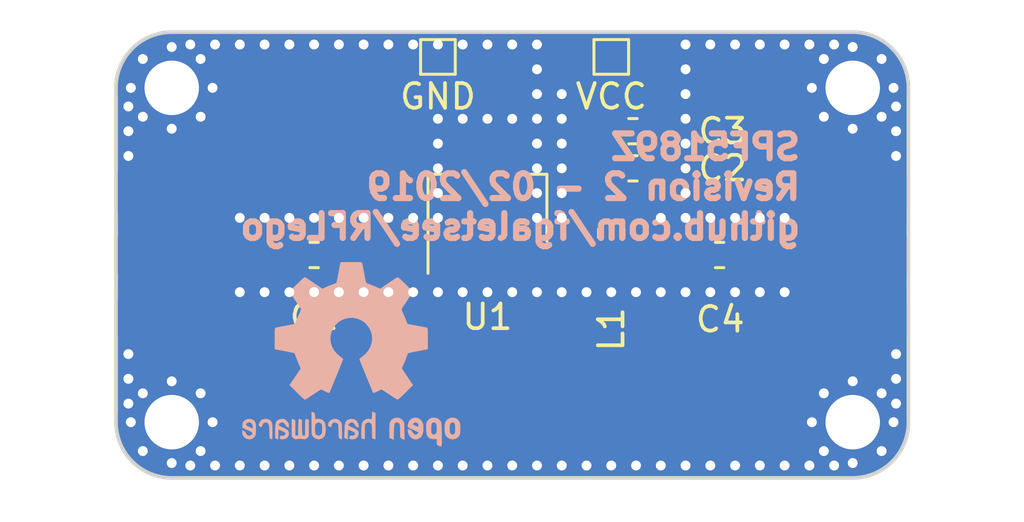
<source format=kicad_pcb>
(kicad_pcb (version 20171130) (host pcbnew "(5.0.1-3-g963ef8bb5)")

  (general
    (thickness 1.6)
    (drawings 27)
    (tracks 133)
    (zones 0)
    (modules 15)
    (nets 7)
  )

  (page A4)
  (layers
    (0 F.Cu signal)
    (31 B.Cu signal)
    (32 B.Adhes user)
    (33 F.Adhes user)
    (34 B.Paste user)
    (35 F.Paste user)
    (36 B.SilkS user)
    (37 F.SilkS user)
    (38 B.Mask user)
    (39 F.Mask user)
    (40 Dwgs.User user)
    (41 Cmts.User user)
    (42 Eco1.User user)
    (43 Eco2.User user)
    (44 Edge.Cuts user)
    (45 Margin user)
    (46 B.CrtYd user)
    (47 F.CrtYd user)
    (48 B.Fab user)
    (49 F.Fab user)
  )

  (setup
    (last_trace_width 0.22)
    (trace_clearance 0.2)
    (zone_clearance 0)
    (zone_45_only no)
    (trace_min 0.2)
    (segment_width 0.15)
    (edge_width 0.15)
    (via_size 0.7)
    (via_drill 0.4)
    (via_min_size 0.6)
    (via_min_drill 0.3)
    (uvia_size 0.3)
    (uvia_drill 0.1)
    (uvias_allowed no)
    (uvia_min_size 0.2)
    (uvia_min_drill 0.1)
    (pcb_text_width 0.3)
    (pcb_text_size 1.5 1.5)
    (mod_edge_width 0.15)
    (mod_text_size 1 1)
    (mod_text_width 0.15)
    (pad_size 4.064 1.524)
    (pad_drill 0)
    (pad_to_mask_clearance 0.051)
    (solder_mask_min_width 0.25)
    (aux_axis_origin 100 100)
    (grid_origin 100 100)
    (visible_elements FFFFFF7F)
    (pcbplotparams
      (layerselection 0x010fc_ffffffff)
      (usegerberextensions false)
      (usegerberattributes false)
      (usegerberadvancedattributes false)
      (creategerberjobfile false)
      (excludeedgelayer true)
      (linewidth 0.100000)
      (plotframeref false)
      (viasonmask false)
      (mode 1)
      (useauxorigin true)
      (hpglpennumber 1)
      (hpglpenspeed 20)
      (hpglpendiameter 15.000000)
      (psnegative false)
      (psa4output false)
      (plotreference true)
      (plotvalue true)
      (plotinvisibletext false)
      (padsonsilk false)
      (subtractmaskfromsilk false)
      (outputformat 1)
      (mirror false)
      (drillshape 0)
      (scaleselection 1)
      (outputdirectory ""))
  )

  (net 0 "")
  (net 1 GND)
  (net 2 "Net-(C1-Pad1)")
  (net 3 "Net-(C1-Pad2)")
  (net 4 "Net-(C2-Pad2)")
  (net 5 "Net-(C4-Pad2)")
  (net 6 "Net-(C4-Pad1)")

  (net_class Default "This is the default net class."
    (clearance 0.2)
    (trace_width 0.22)
    (via_dia 0.7)
    (via_drill 0.4)
    (uvia_dia 0.3)
    (uvia_drill 0.1)
    (diff_pair_gap 0.2)
    (diff_pair_width 0.2)
    (add_net GND)
    (add_net "Net-(C2-Pad2)")
  )

  (net_class "50 Ohm thin" ""
    (clearance 0.19)
    (trace_width 1)
    (via_dia 0.7)
    (via_drill 0.4)
    (uvia_dia 0.3)
    (uvia_drill 0.1)
    (diff_pair_gap 0.2)
    (diff_pair_width 0.2)
  )

  (net_class 50Ohm ""
    (clearance 0.32)
    (trace_width 1.5)
    (via_dia 0.7)
    (via_drill 0.4)
    (uvia_dia 0.3)
    (uvia_drill 0.1)
    (diff_pair_gap 0.2)
    (diff_pair_width 0.2)
    (add_net "Net-(C1-Pad1)")
    (add_net "Net-(C1-Pad2)")
    (add_net "Net-(C4-Pad1)")
    (add_net "Net-(C4-Pad2)")
  )

  (module MountingHole:MountingHole_2.2mm_M2_Pad_Via (layer F.Cu) (tedit 5C589B5C) (tstamp 5C654A6F)
    (at 102.25 102.25)
    (descr "Mounting Hole 2.2mm, M2")
    (tags "mounting hole 2.2mm m2")
    (path /5C581276)
    (attr virtual)
    (fp_text reference H1 (at 0 -3.2) (layer F.SilkS) hide
      (effects (font (size 1 1) (thickness 0.15)))
    )
    (fp_text value MountingHole_Pad (at 0 3.2) (layer F.Fab)
      (effects (font (size 1 1) (thickness 0.15)))
    )
    (fp_text user %R (at 0.3 0) (layer F.Fab)
      (effects (font (size 1 1) (thickness 0.15)))
    )
    (fp_circle (center 0 0) (end 2.2 0) (layer Cmts.User) (width 0.15))
    (fp_circle (center 0 0) (end 2.45 0) (layer F.CrtYd) (width 0.05))
    (pad 1 thru_hole circle (at 0 0) (size 4.4 4.4) (drill 2.2) (layers *.Cu *.Mask)
      (net 1 GND))
    (pad 1 thru_hole circle (at 1.65 0) (size 0.7 0.7) (drill 0.4) (layers *.Cu *.Mask)
      (net 1 GND))
    (pad 1 thru_hole circle (at 1.166726 1.166726) (size 0.7 0.7) (drill 0.4) (layers *.Cu *.Mask)
      (net 1 GND))
    (pad 1 thru_hole circle (at 0 1.65) (size 0.7 0.7) (drill 0.4) (layers *.Cu *.Mask)
      (net 1 GND))
    (pad 1 thru_hole circle (at -1.166726 1.166726) (size 0.7 0.7) (drill 0.4) (layers *.Cu *.Mask)
      (net 1 GND))
    (pad 1 thru_hole circle (at -1.65 0) (size 0.7 0.7) (drill 0.4) (layers *.Cu *.Mask)
      (net 1 GND))
    (pad 1 thru_hole circle (at -1.166726 -1.166726) (size 0.7 0.7) (drill 0.4) (layers *.Cu *.Mask)
      (net 1 GND))
    (pad 1 thru_hole circle (at 0 -1.65) (size 0.7 0.7) (drill 0.4) (layers *.Cu *.Mask)
      (net 1 GND))
    (pad 1 thru_hole circle (at 1.166726 -1.166726) (size 0.7 0.7) (drill 0.4) (layers *.Cu *.Mask)
      (net 1 GND))
  )

  (module MountingHole:MountingHole_2.2mm_M2_Pad_Via (layer F.Cu) (tedit 5C589B60) (tstamp 5C654BAF)
    (at 102.25 115.75)
    (descr "Mounting Hole 2.2mm, M2")
    (tags "mounting hole 2.2mm m2")
    (path /5C58129C)
    (attr virtual)
    (fp_text reference H2 (at 0 -3.2) (layer F.SilkS) hide
      (effects (font (size 1 1) (thickness 0.15)))
    )
    (fp_text value MountingHole_Pad (at 0 3.2) (layer F.Fab)
      (effects (font (size 1 1) (thickness 0.15)))
    )
    (fp_circle (center 0 0) (end 2.45 0) (layer F.CrtYd) (width 0.05))
    (fp_circle (center 0 0) (end 2.2 0) (layer Cmts.User) (width 0.15))
    (fp_text user %R (at 0.3 0) (layer F.Fab)
      (effects (font (size 1 1) (thickness 0.15)))
    )
    (pad 1 thru_hole circle (at 1.166726 -1.166726) (size 0.7 0.7) (drill 0.4) (layers *.Cu *.Mask)
      (net 1 GND))
    (pad 1 thru_hole circle (at 0 -1.65) (size 0.7 0.7) (drill 0.4) (layers *.Cu *.Mask)
      (net 1 GND))
    (pad 1 thru_hole circle (at -1.166726 -1.166726) (size 0.7 0.7) (drill 0.4) (layers *.Cu *.Mask)
      (net 1 GND))
    (pad 1 thru_hole circle (at -1.65 0) (size 0.7 0.7) (drill 0.4) (layers *.Cu *.Mask)
      (net 1 GND))
    (pad 1 thru_hole circle (at -1.166726 1.166726) (size 0.7 0.7) (drill 0.4) (layers *.Cu *.Mask)
      (net 1 GND))
    (pad 1 thru_hole circle (at 0 1.65) (size 0.7 0.7) (drill 0.4) (layers *.Cu *.Mask)
      (net 1 GND))
    (pad 1 thru_hole circle (at 1.166726 1.166726) (size 0.7 0.7) (drill 0.4) (layers *.Cu *.Mask)
      (net 1 GND))
    (pad 1 thru_hole circle (at 1.65 0) (size 0.7 0.7) (drill 0.4) (layers *.Cu *.Mask)
      (net 1 GND))
    (pad 1 thru_hole circle (at 0 0) (size 4.4 4.4) (drill 2.2) (layers *.Cu *.Mask)
      (net 1 GND))
  )

  (module MountingHole:MountingHole_2.2mm_M2_Pad_Via (layer F.Cu) (tedit 5C589B6A) (tstamp 5C654A8F)
    (at 129.75 102.25)
    (descr "Mounting Hole 2.2mm, M2")
    (tags "mounting hole 2.2mm m2")
    (path /5C589BDE)
    (attr virtual)
    (fp_text reference H3 (at 0 -3.2) (layer F.SilkS) hide
      (effects (font (size 1 1) (thickness 0.15)))
    )
    (fp_text value MountingHole_Pad (at 0 3.2) (layer F.Fab)
      (effects (font (size 1 1) (thickness 0.15)))
    )
    (fp_text user %R (at 0.3 0) (layer F.Fab)
      (effects (font (size 1 1) (thickness 0.15)))
    )
    (fp_circle (center 0 0) (end 2.2 0) (layer Cmts.User) (width 0.15))
    (fp_circle (center 0 0) (end 2.45 0) (layer F.CrtYd) (width 0.05))
    (pad 1 thru_hole circle (at 0 0) (size 4.4 4.4) (drill 2.2) (layers *.Cu *.Mask)
      (net 1 GND))
    (pad 1 thru_hole circle (at 1.65 0) (size 0.7 0.7) (drill 0.4) (layers *.Cu *.Mask)
      (net 1 GND))
    (pad 1 thru_hole circle (at 1.166726 1.166726) (size 0.7 0.7) (drill 0.4) (layers *.Cu *.Mask)
      (net 1 GND))
    (pad 1 thru_hole circle (at 0 1.65) (size 0.7 0.7) (drill 0.4) (layers *.Cu *.Mask)
      (net 1 GND))
    (pad 1 thru_hole circle (at -1.166726 1.166726) (size 0.7 0.7) (drill 0.4) (layers *.Cu *.Mask)
      (net 1 GND))
    (pad 1 thru_hole circle (at -1.65 0) (size 0.7 0.7) (drill 0.4) (layers *.Cu *.Mask)
      (net 1 GND))
    (pad 1 thru_hole circle (at -1.166726 -1.166726) (size 0.7 0.7) (drill 0.4) (layers *.Cu *.Mask)
      (net 1 GND))
    (pad 1 thru_hole circle (at 0 -1.65) (size 0.7 0.7) (drill 0.4) (layers *.Cu *.Mask)
      (net 1 GND))
    (pad 1 thru_hole circle (at 1.166726 -1.166726) (size 0.7 0.7) (drill 0.4) (layers *.Cu *.Mask)
      (net 1 GND))
  )

  (module MountingHole:MountingHole_2.2mm_M2_Pad_Via (layer F.Cu) (tedit 5C589B67) (tstamp 5C654A9F)
    (at 129.75 115.75)
    (descr "Mounting Hole 2.2mm, M2")
    (tags "mounting hole 2.2mm m2")
    (path /5C589CB1)
    (attr virtual)
    (fp_text reference H4 (at 0 -3.2) (layer F.SilkS) hide
      (effects (font (size 1 1) (thickness 0.15)))
    )
    (fp_text value MountingHole_Pad (at 0 3.2) (layer F.Fab)
      (effects (font (size 1 1) (thickness 0.15)))
    )
    (fp_circle (center 0 0) (end 2.45 0) (layer F.CrtYd) (width 0.05))
    (fp_circle (center 0 0) (end 2.2 0) (layer Cmts.User) (width 0.15))
    (fp_text user %R (at 0.3 0) (layer F.Fab)
      (effects (font (size 1 1) (thickness 0.15)))
    )
    (pad 1 thru_hole circle (at 1.166726 -1.166726) (size 0.7 0.7) (drill 0.4) (layers *.Cu *.Mask)
      (net 1 GND))
    (pad 1 thru_hole circle (at 0 -1.65) (size 0.7 0.7) (drill 0.4) (layers *.Cu *.Mask)
      (net 1 GND))
    (pad 1 thru_hole circle (at -1.166726 -1.166726) (size 0.7 0.7) (drill 0.4) (layers *.Cu *.Mask)
      (net 1 GND))
    (pad 1 thru_hole circle (at -1.65 0) (size 0.7 0.7) (drill 0.4) (layers *.Cu *.Mask)
      (net 1 GND))
    (pad 1 thru_hole circle (at -1.166726 1.166726) (size 0.7 0.7) (drill 0.4) (layers *.Cu *.Mask)
      (net 1 GND))
    (pad 1 thru_hole circle (at 0 1.65) (size 0.7 0.7) (drill 0.4) (layers *.Cu *.Mask)
      (net 1 GND))
    (pad 1 thru_hole circle (at 1.166726 1.166726) (size 0.7 0.7) (drill 0.4) (layers *.Cu *.Mask)
      (net 1 GND))
    (pad 1 thru_hole circle (at 1.65 0) (size 0.7 0.7) (drill 0.4) (layers *.Cu *.Mask)
      (net 1 GND))
    (pad 1 thru_hole circle (at 0 0) (size 4.4 4.4) (drill 2.2) (layers *.Cu *.Mask)
      (net 1 GND))
  )

  (module RFLego_Footprint:SMA_Edge (layer F.Cu) (tedit 5C589B63) (tstamp 5C654AA8)
    (at 100 109)
    (path /5C58165C)
    (fp_text reference J1 (at 2.1336 4.6482) (layer F.SilkS) hide
      (effects (font (size 1 1) (thickness 0.15)))
    )
    (fp_text value SMA (at 1.27 6.35) (layer F.Fab) hide
      (effects (font (size 1 1) (thickness 0.15)))
    )
    (pad 1 smd rect (at 2.032 0) (size 4.064 1.524) (layers F.Cu F.Mask)
      (net 3 "Net-(C1-Pad2)"))
    (pad 2 smd rect (at 2.032 -2.54) (size 4.064 1.524) (layers F.Cu F.Mask)
      (net 1 GND))
    (pad 2 smd rect (at 2.032 2.54) (size 4.064 1.524) (layers B.Cu B.Mask)
      (net 1 GND))
    (pad 2 smd rect (at 2.032 -2.54) (size 4.064 1.524) (layers B.Cu B.Mask)
      (net 1 GND))
    (pad 2 smd rect (at 2.032 2.54) (size 4.064 1.524) (layers F.Cu F.Mask)
      (net 1 GND))
  )

  (module RFLego_Footprint:SMA_Edge (layer F.Cu) (tedit 5C58AA95) (tstamp 5C654AB1)
    (at 127.968 109)
    (path /5C581B40)
    (fp_text reference J2 (at 2.1336 4.6482) (layer F.SilkS) hide
      (effects (font (size 1 1) (thickness 0.15)))
    )
    (fp_text value SMA (at 1.27 6.35) (layer F.Fab) hide
      (effects (font (size 1 1) (thickness 0.15)))
    )
    (pad 2 smd rect (at 2.032 2.54) (size 4.064 1.524) (layers F.Cu F.Mask)
      (net 1 GND))
    (pad 2 smd rect (at 2.032 -2.54) (size 4.064 1.524) (layers B.Cu B.Mask)
      (net 1 GND))
    (pad 2 smd rect (at 2.032 2.54) (size 4.064 1.524) (layers B.Cu B.Mask)
      (net 1 GND))
    (pad 2 smd rect (at 2.032 -2.54) (size 4.064 1.524) (layers F.Cu F.Mask)
      (net 1 GND))
    (pad 1 smd rect (at 2.032 0) (size 4.064 1.524) (layers F.Cu F.Mask)
      (net 6 "Net-(C4-Pad1)"))
  )

  (module Capacitor_SMD:C_0603_1608Metric_Pad1.05x0.95mm_HandSolder (layer F.Cu) (tedit 5B301BBE) (tstamp 5C7827B6)
    (at 108 109 180)
    (descr "Capacitor SMD 0603 (1608 Metric), square (rectangular) end terminal, IPC_7351 nominal with elongated pad for handsoldering. (Body size source: http://www.tortai-tech.com/upload/download/2011102023233369053.pdf), generated with kicad-footprint-generator")
    (tags "capacitor handsolder")
    (path /5C5F517E)
    (attr smd)
    (fp_text reference C1 (at 0 -2.5 180) (layer F.SilkS)
      (effects (font (size 1 1) (thickness 0.15)))
    )
    (fp_text value C (at 0 1.43 180) (layer F.Fab)
      (effects (font (size 1 1) (thickness 0.15)))
    )
    (fp_line (start -0.8 0.4) (end -0.8 -0.4) (layer F.Fab) (width 0.1))
    (fp_line (start -0.8 -0.4) (end 0.8 -0.4) (layer F.Fab) (width 0.1))
    (fp_line (start 0.8 -0.4) (end 0.8 0.4) (layer F.Fab) (width 0.1))
    (fp_line (start 0.8 0.4) (end -0.8 0.4) (layer F.Fab) (width 0.1))
    (fp_line (start -0.171267 -0.51) (end 0.171267 -0.51) (layer F.SilkS) (width 0.12))
    (fp_line (start -0.171267 0.51) (end 0.171267 0.51) (layer F.SilkS) (width 0.12))
    (fp_line (start -1.65 0.73) (end -1.65 -0.73) (layer F.CrtYd) (width 0.05))
    (fp_line (start -1.65 -0.73) (end 1.65 -0.73) (layer F.CrtYd) (width 0.05))
    (fp_line (start 1.65 -0.73) (end 1.65 0.73) (layer F.CrtYd) (width 0.05))
    (fp_line (start 1.65 0.73) (end -1.65 0.73) (layer F.CrtYd) (width 0.05))
    (fp_text user %R (at 0 0 180) (layer F.Fab)
      (effects (font (size 0.4 0.4) (thickness 0.06)))
    )
    (pad 1 smd roundrect (at -0.875 0 180) (size 1.05 0.95) (layers F.Cu F.Paste F.Mask) (roundrect_rratio 0.25)
      (net 2 "Net-(C1-Pad1)"))
    (pad 2 smd roundrect (at 0.875 0 180) (size 1.05 0.95) (layers F.Cu F.Paste F.Mask) (roundrect_rratio 0.25)
      (net 3 "Net-(C1-Pad2)"))
    (model ${KISYS3DMOD}/Capacitor_SMD.3dshapes/C_0603_1608Metric.wrl
      (at (xyz 0 0 0))
      (scale (xyz 1 1 1))
      (rotate (xyz 0 0 0))
    )
  )

  (module Capacitor_SMD:C_0603_1608Metric_Pad1.05x0.95mm_HandSolder (layer F.Cu) (tedit 5B301BBE) (tstamp 5C7827C7)
    (at 120.875 105.5 180)
    (descr "Capacitor SMD 0603 (1608 Metric), square (rectangular) end terminal, IPC_7351 nominal with elongated pad for handsoldering. (Body size source: http://www.tortai-tech.com/upload/download/2011102023233369053.pdf), generated with kicad-footprint-generator")
    (tags "capacitor handsolder")
    (path /5C5F5D2A)
    (attr smd)
    (fp_text reference C2 (at -3.625 0) (layer F.SilkS)
      (effects (font (size 1 1) (thickness 0.15)))
    )
    (fp_text value C (at 0 1.43 180) (layer F.Fab)
      (effects (font (size 1 1) (thickness 0.15)))
    )
    (fp_text user %R (at 0 0 180) (layer F.Fab)
      (effects (font (size 0.4 0.4) (thickness 0.06)))
    )
    (fp_line (start 1.65 0.73) (end -1.65 0.73) (layer F.CrtYd) (width 0.05))
    (fp_line (start 1.65 -0.73) (end 1.65 0.73) (layer F.CrtYd) (width 0.05))
    (fp_line (start -1.65 -0.73) (end 1.65 -0.73) (layer F.CrtYd) (width 0.05))
    (fp_line (start -1.65 0.73) (end -1.65 -0.73) (layer F.CrtYd) (width 0.05))
    (fp_line (start -0.171267 0.51) (end 0.171267 0.51) (layer F.SilkS) (width 0.12))
    (fp_line (start -0.171267 -0.51) (end 0.171267 -0.51) (layer F.SilkS) (width 0.12))
    (fp_line (start 0.8 0.4) (end -0.8 0.4) (layer F.Fab) (width 0.1))
    (fp_line (start 0.8 -0.4) (end 0.8 0.4) (layer F.Fab) (width 0.1))
    (fp_line (start -0.8 -0.4) (end 0.8 -0.4) (layer F.Fab) (width 0.1))
    (fp_line (start -0.8 0.4) (end -0.8 -0.4) (layer F.Fab) (width 0.1))
    (pad 2 smd roundrect (at 0.875 0 180) (size 1.05 0.95) (layers F.Cu F.Paste F.Mask) (roundrect_rratio 0.25)
      (net 4 "Net-(C2-Pad2)"))
    (pad 1 smd roundrect (at -0.875 0 180) (size 1.05 0.95) (layers F.Cu F.Paste F.Mask) (roundrect_rratio 0.25)
      (net 1 GND))
    (model ${KISYS3DMOD}/Capacitor_SMD.3dshapes/C_0603_1608Metric.wrl
      (at (xyz 0 0 0))
      (scale (xyz 1 1 1))
      (rotate (xyz 0 0 0))
    )
  )

  (module Capacitor_SMD:C_0603_1608Metric_Pad1.05x0.95mm_HandSolder (layer F.Cu) (tedit 5B301BBE) (tstamp 5C7827D8)
    (at 120.875 104 180)
    (descr "Capacitor SMD 0603 (1608 Metric), square (rectangular) end terminal, IPC_7351 nominal with elongated pad for handsoldering. (Body size source: http://www.tortai-tech.com/upload/download/2011102023233369053.pdf), generated with kicad-footprint-generator")
    (tags "capacitor handsolder")
    (path /5C5F5B86)
    (attr smd)
    (fp_text reference C3 (at -3.625 0 180) (layer F.SilkS)
      (effects (font (size 1 1) (thickness 0.15)))
    )
    (fp_text value C (at 0 1.43 180) (layer F.Fab)
      (effects (font (size 1 1) (thickness 0.15)))
    )
    (fp_line (start -0.8 0.4) (end -0.8 -0.4) (layer F.Fab) (width 0.1))
    (fp_line (start -0.8 -0.4) (end 0.8 -0.4) (layer F.Fab) (width 0.1))
    (fp_line (start 0.8 -0.4) (end 0.8 0.4) (layer F.Fab) (width 0.1))
    (fp_line (start 0.8 0.4) (end -0.8 0.4) (layer F.Fab) (width 0.1))
    (fp_line (start -0.171267 -0.51) (end 0.171267 -0.51) (layer F.SilkS) (width 0.12))
    (fp_line (start -0.171267 0.51) (end 0.171267 0.51) (layer F.SilkS) (width 0.12))
    (fp_line (start -1.65 0.73) (end -1.65 -0.73) (layer F.CrtYd) (width 0.05))
    (fp_line (start -1.65 -0.73) (end 1.65 -0.73) (layer F.CrtYd) (width 0.05))
    (fp_line (start 1.65 -0.73) (end 1.65 0.73) (layer F.CrtYd) (width 0.05))
    (fp_line (start 1.65 0.73) (end -1.65 0.73) (layer F.CrtYd) (width 0.05))
    (fp_text user %R (at 0 0 180) (layer F.Fab)
      (effects (font (size 0.4 0.4) (thickness 0.06)))
    )
    (pad 1 smd roundrect (at -0.875 0 180) (size 1.05 0.95) (layers F.Cu F.Paste F.Mask) (roundrect_rratio 0.25)
      (net 1 GND))
    (pad 2 smd roundrect (at 0.875 0 180) (size 1.05 0.95) (layers F.Cu F.Paste F.Mask) (roundrect_rratio 0.25)
      (net 4 "Net-(C2-Pad2)"))
    (model ${KISYS3DMOD}/Capacitor_SMD.3dshapes/C_0603_1608Metric.wrl
      (at (xyz 0 0 0))
      (scale (xyz 1 1 1))
      (rotate (xyz 0 0 0))
    )
  )

  (module Capacitor_SMD:C_0603_1608Metric_Pad1.05x0.95mm_HandSolder (layer F.Cu) (tedit 5B301BBE) (tstamp 5C7827E9)
    (at 124.375 109 180)
    (descr "Capacitor SMD 0603 (1608 Metric), square (rectangular) end terminal, IPC_7351 nominal with elongated pad for handsoldering. (Body size source: http://www.tortai-tech.com/upload/download/2011102023233369053.pdf), generated with kicad-footprint-generator")
    (tags "capacitor handsolder")
    (path /5C5F51F3)
    (attr smd)
    (fp_text reference C4 (at -0.025 -2.6 180) (layer F.SilkS)
      (effects (font (size 1 1) (thickness 0.15)))
    )
    (fp_text value C (at 0 1.43 180) (layer F.Fab)
      (effects (font (size 1 1) (thickness 0.15)))
    )
    (fp_text user %R (at 0 0 180) (layer F.Fab)
      (effects (font (size 0.4 0.4) (thickness 0.06)))
    )
    (fp_line (start 1.65 0.73) (end -1.65 0.73) (layer F.CrtYd) (width 0.05))
    (fp_line (start 1.65 -0.73) (end 1.65 0.73) (layer F.CrtYd) (width 0.05))
    (fp_line (start -1.65 -0.73) (end 1.65 -0.73) (layer F.CrtYd) (width 0.05))
    (fp_line (start -1.65 0.73) (end -1.65 -0.73) (layer F.CrtYd) (width 0.05))
    (fp_line (start -0.171267 0.51) (end 0.171267 0.51) (layer F.SilkS) (width 0.12))
    (fp_line (start -0.171267 -0.51) (end 0.171267 -0.51) (layer F.SilkS) (width 0.12))
    (fp_line (start 0.8 0.4) (end -0.8 0.4) (layer F.Fab) (width 0.1))
    (fp_line (start 0.8 -0.4) (end 0.8 0.4) (layer F.Fab) (width 0.1))
    (fp_line (start -0.8 -0.4) (end 0.8 -0.4) (layer F.Fab) (width 0.1))
    (fp_line (start -0.8 0.4) (end -0.8 -0.4) (layer F.Fab) (width 0.1))
    (pad 2 smd roundrect (at 0.875 0 180) (size 1.05 0.95) (layers F.Cu F.Paste F.Mask) (roundrect_rratio 0.25)
      (net 5 "Net-(C4-Pad2)"))
    (pad 1 smd roundrect (at -0.875 0 180) (size 1.05 0.95) (layers F.Cu F.Paste F.Mask) (roundrect_rratio 0.25)
      (net 6 "Net-(C4-Pad1)"))
    (model ${KISYS3DMOD}/Capacitor_SMD.3dshapes/C_0603_1608Metric.wrl
      (at (xyz 0 0 0))
      (scale (xyz 1 1 1))
      (rotate (xyz 0 0 0))
    )
  )

  (module Inductor_SMD:L_0603_1608Metric_Pad1.05x0.95mm_HandSolder (layer F.Cu) (tedit 5B301BBE) (tstamp 5C7827FA)
    (at 120 108.125 270)
    (descr "Capacitor SMD 0603 (1608 Metric), square (rectangular) end terminal, IPC_7351 nominal with elongated pad for handsoldering. (Body size source: http://www.tortai-tech.com/upload/download/2011102023233369053.pdf), generated with kicad-footprint-generator")
    (tags "inductor handsolder")
    (path /5C5F5857)
    (attr smd)
    (fp_text reference L1 (at 3.875 0 270) (layer F.SilkS)
      (effects (font (size 1 1) (thickness 0.15)))
    )
    (fp_text value L (at 0 1.43 270) (layer F.Fab)
      (effects (font (size 1 1) (thickness 0.15)))
    )
    (fp_line (start -0.8 0.4) (end -0.8 -0.4) (layer F.Fab) (width 0.1))
    (fp_line (start -0.8 -0.4) (end 0.8 -0.4) (layer F.Fab) (width 0.1))
    (fp_line (start 0.8 -0.4) (end 0.8 0.4) (layer F.Fab) (width 0.1))
    (fp_line (start 0.8 0.4) (end -0.8 0.4) (layer F.Fab) (width 0.1))
    (fp_line (start -0.171267 -0.51) (end 0.171267 -0.51) (layer F.SilkS) (width 0.12))
    (fp_line (start -0.171267 0.51) (end 0.171267 0.51) (layer F.SilkS) (width 0.12))
    (fp_line (start -1.65 0.73) (end -1.65 -0.73) (layer F.CrtYd) (width 0.05))
    (fp_line (start -1.65 -0.73) (end 1.65 -0.73) (layer F.CrtYd) (width 0.05))
    (fp_line (start 1.65 -0.73) (end 1.65 0.73) (layer F.CrtYd) (width 0.05))
    (fp_line (start 1.65 0.73) (end -1.65 0.73) (layer F.CrtYd) (width 0.05))
    (fp_text user %R (at 0 0 270) (layer F.Fab)
      (effects (font (size 0.4 0.4) (thickness 0.06)))
    )
    (pad 1 smd roundrect (at -0.875 0 270) (size 1.05 0.95) (layers F.Cu F.Paste F.Mask) (roundrect_rratio 0.25)
      (net 4 "Net-(C2-Pad2)"))
    (pad 2 smd roundrect (at 0.875 0 270) (size 1.05 0.95) (layers F.Cu F.Paste F.Mask) (roundrect_rratio 0.25)
      (net 5 "Net-(C4-Pad2)"))
    (model ${KISYS3DMOD}/Inductor_SMD.3dshapes/L_0603_1608Metric.wrl
      (at (xyz 0 0 0))
      (scale (xyz 1 1 1))
      (rotate (xyz 0 0 0))
    )
  )

  (module TestPoint:TestPoint_Pad_1.0x1.0mm (layer F.Cu) (tedit 5C5F4BF4) (tstamp 5C783406)
    (at 113 101)
    (descr "SMD rectangular pad as test Point, square 1.0mm side length")
    (tags "test point SMD pad rectangle square")
    (path /5C5F6097)
    (attr virtual)
    (fp_text reference GND (at 0 1.6) (layer F.SilkS)
      (effects (font (size 1 1) (thickness 0.15)))
    )
    (fp_text value GND (at 0 1.55) (layer F.Fab)
      (effects (font (size 1 1) (thickness 0.15)))
    )
    (fp_line (start 1 1) (end -1 1) (layer F.CrtYd) (width 0.05))
    (fp_line (start 1 1) (end 1 -1) (layer F.CrtYd) (width 0.05))
    (fp_line (start -1 -1) (end -1 1) (layer F.CrtYd) (width 0.05))
    (fp_line (start -1 -1) (end 1 -1) (layer F.CrtYd) (width 0.05))
    (fp_line (start -0.7 0.7) (end -0.7 -0.7) (layer F.SilkS) (width 0.12))
    (fp_line (start 0.7 0.7) (end -0.7 0.7) (layer F.SilkS) (width 0.12))
    (fp_line (start 0.7 -0.7) (end 0.7 0.7) (layer F.SilkS) (width 0.12))
    (fp_line (start -0.7 -0.7) (end 0.7 -0.7) (layer F.SilkS) (width 0.12))
    (fp_text user %R (at 0 -1.45) (layer F.Fab)
      (effects (font (size 1 1) (thickness 0.15)))
    )
    (pad 1 smd rect (at 0 0) (size 1 1) (layers F.Cu F.Mask)
      (net 1 GND))
  )

  (module TestPoint:TestPoint_Pad_1.0x1.0mm (layer F.Cu) (tedit 5C5F4BE4) (tstamp 5C783BC4)
    (at 120 101)
    (descr "SMD rectangular pad as test Point, square 1.0mm side length")
    (tags "test point SMD pad rectangle square")
    (path /5C5F5ABB)
    (attr virtual)
    (fp_text reference VCC (at 0 1.6) (layer F.SilkS)
      (effects (font (size 1 1) (thickness 0.15)))
    )
    (fp_text value VCC (at 0 1.55) (layer F.Fab)
      (effects (font (size 1 1) (thickness 0.15)))
    )
    (fp_text user %R (at 0 -1.45) (layer F.Fab)
      (effects (font (size 1 1) (thickness 0.15)))
    )
    (fp_line (start -0.7 -0.7) (end 0.7 -0.7) (layer F.SilkS) (width 0.12))
    (fp_line (start 0.7 -0.7) (end 0.7 0.7) (layer F.SilkS) (width 0.12))
    (fp_line (start 0.7 0.7) (end -0.7 0.7) (layer F.SilkS) (width 0.12))
    (fp_line (start -0.7 0.7) (end -0.7 -0.7) (layer F.SilkS) (width 0.12))
    (fp_line (start -1 -1) (end 1 -1) (layer F.CrtYd) (width 0.05))
    (fp_line (start -1 -1) (end -1 1) (layer F.CrtYd) (width 0.05))
    (fp_line (start 1 1) (end 1 -1) (layer F.CrtYd) (width 0.05))
    (fp_line (start 1 1) (end -1 1) (layer F.CrtYd) (width 0.05))
    (pad 1 smd rect (at 0 0) (size 1 1) (layers F.Cu F.Mask)
      (net 4 "Net-(C2-Pad2)"))
  )

  (module Symbol:OSHW-Logo2_9.8x8mm_SilkScreen (layer B.Cu) (tedit 0) (tstamp 5C783F67)
    (at 109.5 113 180)
    (descr "Open Source Hardware Symbol")
    (tags "Logo Symbol OSHW")
    (attr virtual)
    (fp_text reference REF** (at 0 0 180) (layer B.SilkS) hide
      (effects (font (size 1 1) (thickness 0.15)) (justify mirror))
    )
    (fp_text value OSHW-Logo2_9.8x8mm_SilkScreen (at 0.75 0 180) (layer B.Fab) hide
      (effects (font (size 1 1) (thickness 0.15)) (justify mirror))
    )
    (fp_poly (pts (xy 0.139878 3.712224) (xy 0.245612 3.711645) (xy 0.322132 3.710078) (xy 0.374372 3.707028)
      (xy 0.407263 3.702004) (xy 0.425737 3.694511) (xy 0.434727 3.684056) (xy 0.439163 3.670147)
      (xy 0.439594 3.668346) (xy 0.446333 3.635855) (xy 0.458808 3.571748) (xy 0.475719 3.482849)
      (xy 0.495771 3.375981) (xy 0.517664 3.257967) (xy 0.518429 3.253822) (xy 0.540359 3.138169)
      (xy 0.560877 3.035986) (xy 0.578659 2.953402) (xy 0.592381 2.896544) (xy 0.600718 2.871542)
      (xy 0.601116 2.871099) (xy 0.625677 2.85889) (xy 0.676315 2.838544) (xy 0.742095 2.814455)
      (xy 0.742461 2.814326) (xy 0.825317 2.783182) (xy 0.923 2.743509) (xy 1.015077 2.703619)
      (xy 1.019434 2.701647) (xy 1.169407 2.63358) (xy 1.501498 2.860361) (xy 1.603374 2.929496)
      (xy 1.695657 2.991303) (xy 1.773003 3.042267) (xy 1.830064 3.078873) (xy 1.861495 3.097606)
      (xy 1.864479 3.098996) (xy 1.887321 3.09281) (xy 1.929982 3.062965) (xy 1.994128 3.008053)
      (xy 2.081421 2.926666) (xy 2.170535 2.840078) (xy 2.256441 2.754753) (xy 2.333327 2.676892)
      (xy 2.396564 2.611303) (xy 2.441523 2.562795) (xy 2.463576 2.536175) (xy 2.464396 2.534805)
      (xy 2.466834 2.516537) (xy 2.45765 2.486705) (xy 2.434574 2.441279) (xy 2.395337 2.37623)
      (xy 2.33767 2.28753) (xy 2.260795 2.173343) (xy 2.19257 2.072838) (xy 2.131582 1.982697)
      (xy 2.081356 1.908151) (xy 2.045416 1.854435) (xy 2.027287 1.826782) (xy 2.026146 1.824905)
      (xy 2.028359 1.79841) (xy 2.045138 1.746914) (xy 2.073142 1.680149) (xy 2.083122 1.658828)
      (xy 2.126672 1.563841) (xy 2.173134 1.456063) (xy 2.210877 1.362808) (xy 2.238073 1.293594)
      (xy 2.259675 1.240994) (xy 2.272158 1.213503) (xy 2.273709 1.211384) (xy 2.296668 1.207876)
      (xy 2.350786 1.198262) (xy 2.428868 1.183911) (xy 2.523719 1.166193) (xy 2.628143 1.146475)
      (xy 2.734944 1.126126) (xy 2.836926 1.106514) (xy 2.926894 1.089009) (xy 2.997653 1.074978)
      (xy 3.042006 1.065791) (xy 3.052885 1.063193) (xy 3.064122 1.056782) (xy 3.072605 1.042303)
      (xy 3.078714 1.014867) (xy 3.082832 0.969589) (xy 3.085341 0.90158) (xy 3.086621 0.805953)
      (xy 3.087054 0.67782) (xy 3.087077 0.625299) (xy 3.087077 0.198155) (xy 2.9845 0.177909)
      (xy 2.927431 0.16693) (xy 2.842269 0.150905) (xy 2.739372 0.131767) (xy 2.629096 0.111449)
      (xy 2.598615 0.105868) (xy 2.496855 0.086083) (xy 2.408205 0.066627) (xy 2.340108 0.049303)
      (xy 2.300004 0.035912) (xy 2.293323 0.031921) (xy 2.276919 0.003658) (xy 2.253399 -0.051109)
      (xy 2.227316 -0.121588) (xy 2.222142 -0.136769) (xy 2.187956 -0.230896) (xy 2.145523 -0.337101)
      (xy 2.103997 -0.432473) (xy 2.103792 -0.432916) (xy 2.03464 -0.582525) (xy 2.489512 -1.251617)
      (xy 2.1975 -1.544116) (xy 2.10918 -1.63117) (xy 2.028625 -1.707909) (xy 1.96036 -1.770237)
      (xy 1.908908 -1.814056) (xy 1.878794 -1.83527) (xy 1.874474 -1.836616) (xy 1.849111 -1.826016)
      (xy 1.797358 -1.796547) (xy 1.724868 -1.751705) (xy 1.637294 -1.694984) (xy 1.542612 -1.631462)
      (xy 1.446516 -1.566668) (xy 1.360837 -1.510287) (xy 1.291016 -1.465788) (xy 1.242494 -1.436639)
      (xy 1.220782 -1.426308) (xy 1.194293 -1.43505) (xy 1.144062 -1.458087) (xy 1.080451 -1.490631)
      (xy 1.073708 -1.494249) (xy 0.988046 -1.53721) (xy 0.929306 -1.558279) (xy 0.892772 -1.558503)
      (xy 0.873731 -1.538928) (xy 0.87362 -1.538654) (xy 0.864102 -1.515472) (xy 0.841403 -1.460441)
      (xy 0.807282 -1.377822) (xy 0.7635 -1.271872) (xy 0.711816 -1.146852) (xy 0.653992 -1.00702)
      (xy 0.597991 -0.871637) (xy 0.536447 -0.722234) (xy 0.479939 -0.583832) (xy 0.430161 -0.460673)
      (xy 0.388806 -0.357002) (xy 0.357568 -0.277059) (xy 0.338141 -0.225088) (xy 0.332154 -0.205692)
      (xy 0.347168 -0.183443) (xy 0.386439 -0.147982) (xy 0.438807 -0.108887) (xy 0.587941 0.014755)
      (xy 0.704511 0.156478) (xy 0.787118 0.313296) (xy 0.834366 0.482225) (xy 0.844857 0.660278)
      (xy 0.837231 0.742461) (xy 0.795682 0.912969) (xy 0.724123 1.063541) (xy 0.626995 1.192691)
      (xy 0.508734 1.298936) (xy 0.37378 1.38079) (xy 0.226571 1.436768) (xy 0.071544 1.465385)
      (xy -0.086861 1.465156) (xy -0.244206 1.434595) (xy -0.396054 1.372218) (xy -0.537965 1.27654)
      (xy -0.597197 1.222428) (xy -0.710797 1.08348) (xy -0.789894 0.931639) (xy -0.835014 0.771333)
      (xy -0.846684 0.606988) (xy -0.825431 0.443029) (xy -0.77178 0.283882) (xy -0.68626 0.133975)
      (xy -0.569395 -0.002267) (xy -0.438807 -0.108887) (xy -0.384412 -0.149642) (xy -0.345986 -0.184718)
      (xy -0.332154 -0.205726) (xy -0.339397 -0.228635) (xy -0.359995 -0.283365) (xy -0.392254 -0.365672)
      (xy -0.434479 -0.471315) (xy -0.484977 -0.59605) (xy -0.542052 -0.735636) (xy -0.598146 -0.87167)
      (xy -0.660033 -1.021201) (xy -0.717356 -1.159767) (xy -0.768356 -1.283107) (xy -0.811273 -1.386964)
      (xy -0.844347 -1.46708) (xy -0.865819 -1.519195) (xy -0.873775 -1.538654) (xy -0.892571 -1.558423)
      (xy -0.928926 -1.558365) (xy -0.987521 -1.537441) (xy -1.073032 -1.494613) (xy -1.073708 -1.494249)
      (xy -1.138093 -1.461012) (xy -1.190139 -1.436802) (xy -1.219488 -1.426404) (xy -1.220783 -1.426308)
      (xy -1.242876 -1.436855) (xy -1.291652 -1.466184) (xy -1.361669 -1.510827) (xy -1.447486 -1.567314)
      (xy -1.542612 -1.631462) (xy -1.63946 -1.696411) (xy -1.726747 -1.752896) (xy -1.798819 -1.797421)
      (xy -1.850023 -1.82649) (xy -1.874474 -1.836616) (xy -1.89699 -1.823307) (xy -1.942258 -1.786112)
      (xy -2.005756 -1.729128) (xy -2.082961 -1.656449) (xy -2.169349 -1.572171) (xy -2.197601 -1.544016)
      (xy -2.489713 -1.251416) (xy -2.267369 -0.925104) (xy -2.199798 -0.824897) (xy -2.140493 -0.734963)
      (xy -2.092783 -0.66051) (xy -2.059993 -0.606751) (xy -2.045452 -0.578894) (xy -2.045026 -0.576912)
      (xy -2.052692 -0.550655) (xy -2.073311 -0.497837) (xy -2.103315 -0.42731) (xy -2.124375 -0.380093)
      (xy -2.163752 -0.289694) (xy -2.200835 -0.198366) (xy -2.229585 -0.1212) (xy -2.237395 -0.097692)
      (xy -2.259583 -0.034916) (xy -2.281273 0.013589) (xy -2.293187 0.031921) (xy -2.319477 0.043141)
      (xy -2.376858 0.059046) (xy -2.457882 0.077833) (xy -2.555105 0.097701) (xy -2.598615 0.105868)
      (xy -2.709104 0.126171) (xy -2.815084 0.14583) (xy -2.906199 0.162912) (xy -2.972092 0.175482)
      (xy -2.9845 0.177909) (xy -3.087077 0.198155) (xy -3.087077 0.625299) (xy -3.086847 0.765754)
      (xy -3.085901 0.872021) (xy -3.083859 0.948987) (xy -3.080338 1.00154) (xy -3.074957 1.034567)
      (xy -3.067334 1.052955) (xy -3.057088 1.061592) (xy -3.052885 1.063193) (xy -3.02753 1.068873)
      (xy -2.971516 1.080205) (xy -2.892036 1.095821) (xy -2.796288 1.114353) (xy -2.691467 1.134431)
      (xy -2.584768 1.154688) (xy -2.483387 1.173754) (xy -2.394521 1.190261) (xy -2.325363 1.202841)
      (xy -2.283111 1.210125) (xy -2.27371 1.211384) (xy -2.265193 1.228237) (xy -2.24634 1.27313)
      (xy -2.220676 1.33757) (xy -2.210877 1.362808) (xy -2.171352 1.460314) (xy -2.124808 1.568041)
      (xy -2.083123 1.658828) (xy -2.05245 1.728247) (xy -2.032044 1.78529) (xy -2.025232 1.820223)
      (xy -2.026318 1.824905) (xy -2.040715 1.847009) (xy -2.073588 1.896169) (xy -2.12141 1.967152)
      (xy -2.180652 2.054722) (xy -2.247785 2.153643) (xy -2.261059 2.17317) (xy -2.338954 2.28886)
      (xy -2.396213 2.376956) (xy -2.435119 2.441514) (xy -2.457956 2.486589) (xy -2.467006 2.516237)
      (xy -2.464552 2.534515) (xy -2.464489 2.534631) (xy -2.445173 2.558639) (xy -2.402449 2.605053)
      (xy -2.340949 2.669063) (xy -2.265302 2.745855) (xy -2.180139 2.830618) (xy -2.170535 2.840078)
      (xy -2.06321 2.944011) (xy -1.980385 3.020325) (xy -1.920395 3.070429) (xy -1.881577 3.09573)
      (xy -1.86448 3.098996) (xy -1.839527 3.08475) (xy -1.787745 3.051844) (xy -1.71448 3.003792)
      (xy -1.62508 2.94411) (xy -1.524889 2.876312) (xy -1.501499 2.860361) (xy -1.169407 2.63358)
      (xy -1.019435 2.701647) (xy -0.92823 2.741315) (xy -0.830331 2.781209) (xy -0.746169 2.813017)
      (xy -0.742462 2.814326) (xy -0.676631 2.838424) (xy -0.625884 2.8588) (xy -0.601158 2.871064)
      (xy -0.601116 2.871099) (xy -0.593271 2.893266) (xy -0.579934 2.947783) (xy -0.56243 3.02852)
      (xy -0.542083 3.12935) (xy -0.520218 3.244144) (xy -0.518429 3.253822) (xy -0.496496 3.372096)
      (xy -0.47636 3.479458) (xy -0.45932 3.569083) (xy -0.446672 3.634149) (xy -0.439716 3.667832)
      (xy -0.439594 3.668346) (xy -0.435361 3.682675) (xy -0.427129 3.693493) (xy -0.409967 3.701294)
      (xy -0.378942 3.706571) (xy -0.329122 3.709818) (xy -0.255576 3.711528) (xy -0.153371 3.712193)
      (xy -0.017575 3.712307) (xy 0 3.712308) (xy 0.139878 3.712224)) (layer B.SilkS) (width 0.01))
    (fp_poly (pts (xy 4.245224 -2.647838) (xy 4.322528 -2.698361) (xy 4.359814 -2.74359) (xy 4.389353 -2.825663)
      (xy 4.391699 -2.890607) (xy 4.386385 -2.977445) (xy 4.186115 -3.065103) (xy 4.088739 -3.109887)
      (xy 4.025113 -3.145913) (xy 3.992029 -3.177117) (xy 3.98628 -3.207436) (xy 4.004658 -3.240805)
      (xy 4.024923 -3.262923) (xy 4.083889 -3.298393) (xy 4.148024 -3.300879) (xy 4.206926 -3.273235)
      (xy 4.250197 -3.21832) (xy 4.257936 -3.198928) (xy 4.295006 -3.138364) (xy 4.337654 -3.112552)
      (xy 4.396154 -3.090471) (xy 4.396154 -3.174184) (xy 4.390982 -3.23115) (xy 4.370723 -3.279189)
      (xy 4.328262 -3.334346) (xy 4.321951 -3.341514) (xy 4.27472 -3.390585) (xy 4.234121 -3.41692)
      (xy 4.183328 -3.429035) (xy 4.14122 -3.433003) (xy 4.065902 -3.433991) (xy 4.012286 -3.421466)
      (xy 3.978838 -3.402869) (xy 3.926268 -3.361975) (xy 3.889879 -3.317748) (xy 3.86685 -3.262126)
      (xy 3.854359 -3.187047) (xy 3.849587 -3.084449) (xy 3.849206 -3.032376) (xy 3.850501 -2.969948)
      (xy 3.968471 -2.969948) (xy 3.969839 -3.003438) (xy 3.973249 -3.008923) (xy 3.995753 -3.001472)
      (xy 4.044182 -2.981753) (xy 4.108908 -2.953718) (xy 4.122443 -2.947692) (xy 4.204244 -2.906096)
      (xy 4.249312 -2.869538) (xy 4.259217 -2.835296) (xy 4.235526 -2.800648) (xy 4.21596 -2.785339)
      (xy 4.14536 -2.754721) (xy 4.07928 -2.75978) (xy 4.023959 -2.797151) (xy 3.985636 -2.863473)
      (xy 3.973349 -2.916116) (xy 3.968471 -2.969948) (xy 3.850501 -2.969948) (xy 3.85173 -2.91072)
      (xy 3.861032 -2.82071) (xy 3.87946 -2.755167) (xy 3.90936 -2.706912) (xy 3.95308 -2.668767)
      (xy 3.972141 -2.65644) (xy 4.058726 -2.624336) (xy 4.153522 -2.622316) (xy 4.245224 -2.647838)) (layer B.SilkS) (width 0.01))
    (fp_poly (pts (xy 3.570807 -2.636782) (xy 3.594161 -2.646988) (xy 3.649902 -2.691134) (xy 3.697569 -2.754967)
      (xy 3.727048 -2.823087) (xy 3.731846 -2.85667) (xy 3.71576 -2.903556) (xy 3.680475 -2.928365)
      (xy 3.642644 -2.943387) (xy 3.625321 -2.946155) (xy 3.616886 -2.926066) (xy 3.60023 -2.882351)
      (xy 3.592923 -2.862598) (xy 3.551948 -2.794271) (xy 3.492622 -2.760191) (xy 3.416552 -2.761239)
      (xy 3.410918 -2.762581) (xy 3.370305 -2.781836) (xy 3.340448 -2.819375) (xy 3.320055 -2.879809)
      (xy 3.307836 -2.967751) (xy 3.3025 -3.087813) (xy 3.302 -3.151698) (xy 3.301752 -3.252403)
      (xy 3.300126 -3.321054) (xy 3.295801 -3.364673) (xy 3.287454 -3.390282) (xy 3.273765 -3.404903)
      (xy 3.253411 -3.415558) (xy 3.252234 -3.416095) (xy 3.213038 -3.432667) (xy 3.193619 -3.438769)
      (xy 3.190635 -3.420319) (xy 3.188081 -3.369323) (xy 3.18614 -3.292308) (xy 3.184997 -3.195805)
      (xy 3.184769 -3.125184) (xy 3.185932 -2.988525) (xy 3.190479 -2.884851) (xy 3.199999 -2.808108)
      (xy 3.216081 -2.752246) (xy 3.240313 -2.711212) (xy 3.274286 -2.678954) (xy 3.307833 -2.65644)
      (xy 3.388499 -2.626476) (xy 3.482381 -2.619718) (xy 3.570807 -2.636782)) (layer B.SilkS) (width 0.01))
    (fp_poly (pts (xy 2.887333 -2.633528) (xy 2.94359 -2.659117) (xy 2.987747 -2.690124) (xy 3.020101 -2.724795)
      (xy 3.042438 -2.76952) (xy 3.056546 -2.830692) (xy 3.064211 -2.914701) (xy 3.06722 -3.02794)
      (xy 3.067538 -3.102509) (xy 3.067538 -3.39342) (xy 3.017773 -3.416095) (xy 2.978576 -3.432667)
      (xy 2.959157 -3.438769) (xy 2.955442 -3.42061) (xy 2.952495 -3.371648) (xy 2.950691 -3.300153)
      (xy 2.950308 -3.243385) (xy 2.948661 -3.161371) (xy 2.944222 -3.096309) (xy 2.93774 -3.056467)
      (xy 2.93259 -3.048) (xy 2.897977 -3.056646) (xy 2.84364 -3.078823) (xy 2.780722 -3.108886)
      (xy 2.720368 -3.141192) (xy 2.673721 -3.170098) (xy 2.651926 -3.189961) (xy 2.651839 -3.190175)
      (xy 2.653714 -3.226935) (xy 2.670525 -3.262026) (xy 2.700039 -3.290528) (xy 2.743116 -3.300061)
      (xy 2.779932 -3.29895) (xy 2.832074 -3.298133) (xy 2.859444 -3.310349) (xy 2.875882 -3.342624)
      (xy 2.877955 -3.34871) (xy 2.885081 -3.394739) (xy 2.866024 -3.422687) (xy 2.816353 -3.436007)
      (xy 2.762697 -3.43847) (xy 2.666142 -3.42021) (xy 2.616159 -3.394131) (xy 2.554429 -3.332868)
      (xy 2.52169 -3.25767) (xy 2.518753 -3.178211) (xy 2.546424 -3.104167) (xy 2.588047 -3.057769)
      (xy 2.629604 -3.031793) (xy 2.694922 -2.998907) (xy 2.771038 -2.965557) (xy 2.783726 -2.960461)
      (xy 2.867333 -2.923565) (xy 2.91553 -2.891046) (xy 2.93103 -2.858718) (xy 2.91655 -2.822394)
      (xy 2.891692 -2.794) (xy 2.832939 -2.759039) (xy 2.768293 -2.756417) (xy 2.709008 -2.783358)
      (xy 2.666339 -2.837088) (xy 2.660739 -2.85095) (xy 2.628133 -2.901936) (xy 2.58053 -2.939787)
      (xy 2.520461 -2.97085) (xy 2.520461 -2.882768) (xy 2.523997 -2.828951) (xy 2.539156 -2.786534)
      (xy 2.572768 -2.741279) (xy 2.605035 -2.70642) (xy 2.655209 -2.657062) (xy 2.694193 -2.630547)
      (xy 2.736064 -2.619911) (xy 2.78346 -2.618154) (xy 2.887333 -2.633528)) (layer B.SilkS) (width 0.01))
    (fp_poly (pts (xy 2.395929 -2.636662) (xy 2.398911 -2.688068) (xy 2.401247 -2.766192) (xy 2.402749 -2.864857)
      (xy 2.403231 -2.968343) (xy 2.403231 -3.318533) (xy 2.341401 -3.380363) (xy 2.298793 -3.418462)
      (xy 2.26139 -3.433895) (xy 2.21027 -3.432918) (xy 2.189978 -3.430433) (xy 2.126554 -3.4232)
      (xy 2.074095 -3.419055) (xy 2.061308 -3.418672) (xy 2.018199 -3.421176) (xy 1.956544 -3.427462)
      (xy 1.932638 -3.430433) (xy 1.873922 -3.435028) (xy 1.834464 -3.425046) (xy 1.795338 -3.394228)
      (xy 1.781215 -3.380363) (xy 1.719385 -3.318533) (xy 1.719385 -2.663503) (xy 1.76915 -2.640829)
      (xy 1.812002 -2.624034) (xy 1.837073 -2.618154) (xy 1.843501 -2.636736) (xy 1.849509 -2.688655)
      (xy 1.854697 -2.768172) (xy 1.858664 -2.869546) (xy 1.860577 -2.955192) (xy 1.865923 -3.292231)
      (xy 1.91256 -3.298825) (xy 1.954976 -3.294214) (xy 1.97576 -3.279287) (xy 1.98157 -3.251377)
      (xy 1.98653 -3.191925) (xy 1.990246 -3.108466) (xy 1.992324 -3.008532) (xy 1.992624 -2.957104)
      (xy 1.992923 -2.661054) (xy 2.054454 -2.639604) (xy 2.098004 -2.62502) (xy 2.121694 -2.618219)
      (xy 2.122377 -2.618154) (xy 2.124754 -2.636642) (xy 2.127366 -2.687906) (xy 2.129995 -2.765649)
      (xy 2.132421 -2.863574) (xy 2.134115 -2.955192) (xy 2.139461 -3.292231) (xy 2.256692 -3.292231)
      (xy 2.262072 -2.984746) (xy 2.267451 -2.677261) (xy 2.324601 -2.647707) (xy 2.366797 -2.627413)
      (xy 2.39177 -2.618204) (xy 2.392491 -2.618154) (xy 2.395929 -2.636662)) (layer B.SilkS) (width 0.01))
    (fp_poly (pts (xy 1.602081 -2.780289) (xy 1.601833 -2.92632) (xy 1.600872 -3.038655) (xy 1.598794 -3.122678)
      (xy 1.595193 -3.183769) (xy 1.589665 -3.227309) (xy 1.581804 -3.258679) (xy 1.571207 -3.283262)
      (xy 1.563182 -3.297294) (xy 1.496728 -3.373388) (xy 1.41247 -3.421084) (xy 1.319249 -3.438199)
      (xy 1.2259 -3.422546) (xy 1.170312 -3.394418) (xy 1.111957 -3.34576) (xy 1.072186 -3.286333)
      (xy 1.04819 -3.208507) (xy 1.037161 -3.104652) (xy 1.035599 -3.028462) (xy 1.035809 -3.022986)
      (xy 1.172308 -3.022986) (xy 1.173141 -3.110355) (xy 1.176961 -3.168192) (xy 1.185746 -3.206029)
      (xy 1.201474 -3.233398) (xy 1.220266 -3.254042) (xy 1.283375 -3.29389) (xy 1.351137 -3.297295)
      (xy 1.415179 -3.264025) (xy 1.420164 -3.259517) (xy 1.441439 -3.236067) (xy 1.454779 -3.208166)
      (xy 1.462001 -3.166641) (xy 1.464923 -3.102316) (xy 1.465385 -3.0312) (xy 1.464383 -2.941858)
      (xy 1.460238 -2.882258) (xy 1.451236 -2.843089) (xy 1.435667 -2.81504) (xy 1.422902 -2.800144)
      (xy 1.3636 -2.762575) (xy 1.295301 -2.758057) (xy 1.23011 -2.786753) (xy 1.217528 -2.797406)
      (xy 1.196111 -2.821063) (xy 1.182744 -2.849251) (xy 1.175566 -2.891245) (xy 1.172719 -2.956319)
      (xy 1.172308 -3.022986) (xy 1.035809 -3.022986) (xy 1.040322 -2.905765) (xy 1.056362 -2.813577)
      (xy 1.086528 -2.744269) (xy 1.133629 -2.690211) (xy 1.170312 -2.662505) (xy 1.23699 -2.632572)
      (xy 1.314272 -2.618678) (xy 1.38611 -2.622397) (xy 1.426308 -2.6374) (xy 1.442082 -2.64167)
      (xy 1.45255 -2.62575) (xy 1.459856 -2.583089) (xy 1.465385 -2.518106) (xy 1.471437 -2.445732)
      (xy 1.479844 -2.402187) (xy 1.495141 -2.377287) (xy 1.521864 -2.360845) (xy 1.538654 -2.353564)
      (xy 1.602154 -2.326963) (xy 1.602081 -2.780289)) (layer B.SilkS) (width 0.01))
    (fp_poly (pts (xy 0.713362 -2.62467) (xy 0.802117 -2.657421) (xy 0.874022 -2.71535) (xy 0.902144 -2.756128)
      (xy 0.932802 -2.830954) (xy 0.932165 -2.885058) (xy 0.899987 -2.921446) (xy 0.888081 -2.927633)
      (xy 0.836675 -2.946925) (xy 0.810422 -2.941982) (xy 0.80153 -2.909587) (xy 0.801077 -2.891692)
      (xy 0.784797 -2.825859) (xy 0.742365 -2.779807) (xy 0.683388 -2.757564) (xy 0.617475 -2.763161)
      (xy 0.563895 -2.792229) (xy 0.545798 -2.80881) (xy 0.532971 -2.828925) (xy 0.524306 -2.859332)
      (xy 0.518696 -2.906788) (xy 0.515035 -2.97805) (xy 0.512215 -3.079875) (xy 0.511484 -3.112115)
      (xy 0.50882 -3.22241) (xy 0.505792 -3.300036) (xy 0.50125 -3.351396) (xy 0.494046 -3.38289)
      (xy 0.483033 -3.40092) (xy 0.46706 -3.411888) (xy 0.456834 -3.416733) (xy 0.413406 -3.433301)
      (xy 0.387842 -3.438769) (xy 0.379395 -3.420507) (xy 0.374239 -3.365296) (xy 0.372346 -3.272499)
      (xy 0.373689 -3.141478) (xy 0.374107 -3.121269) (xy 0.377058 -3.001733) (xy 0.380548 -2.914449)
      (xy 0.385514 -2.852591) (xy 0.392893 -2.809336) (xy 0.403624 -2.77786) (xy 0.418645 -2.751339)
      (xy 0.426502 -2.739975) (xy 0.471553 -2.689692) (xy 0.52194 -2.650581) (xy 0.528108 -2.647167)
      (xy 0.618458 -2.620212) (xy 0.713362 -2.62467)) (layer B.SilkS) (width 0.01))
    (fp_poly (pts (xy 0.053501 -2.626303) (xy 0.13006 -2.654733) (xy 0.130936 -2.655279) (xy 0.178285 -2.690127)
      (xy 0.213241 -2.730852) (xy 0.237825 -2.783925) (xy 0.254062 -2.855814) (xy 0.263975 -2.952992)
      (xy 0.269586 -3.081928) (xy 0.270077 -3.100298) (xy 0.277141 -3.377287) (xy 0.217695 -3.408028)
      (xy 0.174681 -3.428802) (xy 0.14871 -3.438646) (xy 0.147509 -3.438769) (xy 0.143014 -3.420606)
      (xy 0.139444 -3.371612) (xy 0.137248 -3.300031) (xy 0.136769 -3.242068) (xy 0.136758 -3.14817)
      (xy 0.132466 -3.089203) (xy 0.117503 -3.061079) (xy 0.085482 -3.059706) (xy 0.030014 -3.080998)
      (xy -0.053731 -3.120136) (xy -0.115311 -3.152643) (xy -0.146983 -3.180845) (xy -0.156294 -3.211582)
      (xy -0.156308 -3.213104) (xy -0.140943 -3.266054) (xy -0.095453 -3.29466) (xy -0.025834 -3.298803)
      (xy 0.024313 -3.298084) (xy 0.050754 -3.312527) (xy 0.067243 -3.347218) (xy 0.076733 -3.391416)
      (xy 0.063057 -3.416493) (xy 0.057907 -3.420082) (xy 0.009425 -3.434496) (xy -0.058469 -3.436537)
      (xy -0.128388 -3.426983) (xy -0.177932 -3.409522) (xy -0.24643 -3.351364) (xy -0.285366 -3.270408)
      (xy -0.293077 -3.20716) (xy -0.287193 -3.150111) (xy -0.265899 -3.103542) (xy -0.223735 -3.062181)
      (xy -0.155241 -3.020755) (xy -0.054956 -2.973993) (xy -0.048846 -2.97135) (xy 0.04149 -2.929617)
      (xy 0.097235 -2.895391) (xy 0.121129 -2.864635) (xy 0.115913 -2.833311) (xy 0.084328 -2.797383)
      (xy 0.074883 -2.789116) (xy 0.011617 -2.757058) (xy -0.053936 -2.758407) (xy -0.111028 -2.789838)
      (xy -0.148907 -2.848024) (xy -0.152426 -2.859446) (xy -0.1867 -2.914837) (xy -0.230191 -2.941518)
      (xy -0.293077 -2.96796) (xy -0.293077 -2.899548) (xy -0.273948 -2.80011) (xy -0.217169 -2.708902)
      (xy -0.187622 -2.678389) (xy -0.120458 -2.639228) (xy -0.035044 -2.6215) (xy 0.053501 -2.626303)) (layer B.SilkS) (width 0.01))
    (fp_poly (pts (xy -0.840154 -2.49212) (xy -0.834428 -2.57198) (xy -0.827851 -2.619039) (xy -0.818738 -2.639566)
      (xy -0.805402 -2.639829) (xy -0.801077 -2.637378) (xy -0.743556 -2.619636) (xy -0.668732 -2.620672)
      (xy -0.592661 -2.63891) (xy -0.545082 -2.662505) (xy -0.496298 -2.700198) (xy -0.460636 -2.742855)
      (xy -0.436155 -2.797057) (xy -0.420913 -2.869384) (xy -0.41297 -2.966419) (xy -0.410384 -3.094742)
      (xy -0.410338 -3.119358) (xy -0.410308 -3.39587) (xy -0.471839 -3.41732) (xy -0.515541 -3.431912)
      (xy -0.539518 -3.438706) (xy -0.540223 -3.438769) (xy -0.542585 -3.420345) (xy -0.544594 -3.369526)
      (xy -0.546099 -3.292993) (xy -0.546947 -3.19743) (xy -0.547077 -3.139329) (xy -0.547349 -3.024771)
      (xy -0.548748 -2.942667) (xy -0.552151 -2.886393) (xy -0.558433 -2.849326) (xy -0.568471 -2.824844)
      (xy -0.583139 -2.806325) (xy -0.592298 -2.797406) (xy -0.655211 -2.761466) (xy -0.723864 -2.758775)
      (xy -0.786152 -2.78917) (xy -0.797671 -2.800144) (xy -0.814567 -2.820779) (xy -0.826286 -2.845256)
      (xy -0.833767 -2.880647) (xy -0.837946 -2.934026) (xy -0.839763 -3.012466) (xy -0.840154 -3.120617)
      (xy -0.840154 -3.39587) (xy -0.901685 -3.41732) (xy -0.945387 -3.431912) (xy -0.969364 -3.438706)
      (xy -0.97007 -3.438769) (xy -0.971874 -3.420069) (xy -0.9735 -3.367322) (xy -0.974883 -3.285557)
      (xy -0.975958 -3.179805) (xy -0.97666 -3.055094) (xy -0.976923 -2.916455) (xy -0.976923 -2.381806)
      (xy -0.849923 -2.328236) (xy -0.840154 -2.49212)) (layer B.SilkS) (width 0.01))
    (fp_poly (pts (xy -2.465746 -2.599745) (xy -2.388714 -2.651567) (xy -2.329184 -2.726412) (xy -2.293622 -2.821654)
      (xy -2.286429 -2.891756) (xy -2.287246 -2.921009) (xy -2.294086 -2.943407) (xy -2.312888 -2.963474)
      (xy -2.349592 -2.985733) (xy -2.410138 -3.014709) (xy -2.500466 -3.054927) (xy -2.500923 -3.055129)
      (xy -2.584067 -3.09321) (xy -2.652247 -3.127025) (xy -2.698495 -3.152933) (xy -2.715842 -3.167295)
      (xy -2.715846 -3.167411) (xy -2.700557 -3.198685) (xy -2.664804 -3.233157) (xy -2.623758 -3.25799)
      (xy -2.602963 -3.262923) (xy -2.54623 -3.245862) (xy -2.497373 -3.203133) (xy -2.473535 -3.156155)
      (xy -2.450603 -3.121522) (xy -2.405682 -3.082081) (xy -2.352877 -3.048009) (xy -2.30629 -3.02948)
      (xy -2.296548 -3.028462) (xy -2.285582 -3.045215) (xy -2.284921 -3.088039) (xy -2.29298 -3.145781)
      (xy -2.308173 -3.207289) (xy -2.328914 -3.261409) (xy -2.329962 -3.26351) (xy -2.392379 -3.35066)
      (xy -2.473274 -3.409939) (xy -2.565144 -3.439034) (xy -2.660487 -3.435634) (xy -2.751802 -3.397428)
      (xy -2.755862 -3.394741) (xy -2.827694 -3.329642) (xy -2.874927 -3.244705) (xy -2.901066 -3.133021)
      (xy -2.904574 -3.101643) (xy -2.910787 -2.953536) (xy -2.903339 -2.884468) (xy -2.715846 -2.884468)
      (xy -2.71341 -2.927552) (xy -2.700086 -2.940126) (xy -2.666868 -2.930719) (xy -2.614506 -2.908483)
      (xy -2.555976 -2.88061) (xy -2.554521 -2.879872) (xy -2.504911 -2.853777) (xy -2.485 -2.836363)
      (xy -2.48991 -2.818107) (xy -2.510584 -2.79412) (xy -2.563181 -2.759406) (xy -2.619823 -2.756856)
      (xy -2.670631 -2.782119) (xy -2.705724 -2.830847) (xy -2.715846 -2.884468) (xy -2.903339 -2.884468)
      (xy -2.898008 -2.835036) (xy -2.865222 -2.741055) (xy -2.819579 -2.675215) (xy -2.737198 -2.608681)
      (xy -2.646454 -2.575676) (xy -2.553815 -2.573573) (xy -2.465746 -2.599745)) (layer B.SilkS) (width 0.01))
    (fp_poly (pts (xy -3.983114 -2.587256) (xy -3.891536 -2.635409) (xy -3.823951 -2.712905) (xy -3.799943 -2.762727)
      (xy -3.781262 -2.837533) (xy -3.771699 -2.932052) (xy -3.770792 -3.03521) (xy -3.778079 -3.135935)
      (xy -3.793097 -3.223153) (xy -3.815385 -3.285791) (xy -3.822235 -3.296579) (xy -3.903368 -3.377105)
      (xy -3.999734 -3.425336) (xy -4.104299 -3.43945) (xy -4.210032 -3.417629) (xy -4.239457 -3.404547)
      (xy -4.296759 -3.364231) (xy -4.34705 -3.310775) (xy -4.351803 -3.303995) (xy -4.371122 -3.271321)
      (xy -4.383892 -3.236394) (xy -4.391436 -3.190414) (xy -4.395076 -3.124584) (xy -4.396135 -3.030105)
      (xy -4.396154 -3.008923) (xy -4.396106 -3.002182) (xy -4.200769 -3.002182) (xy -4.199632 -3.091349)
      (xy -4.195159 -3.15052) (xy -4.185754 -3.188741) (xy -4.169824 -3.215053) (xy -4.161692 -3.223846)
      (xy -4.114942 -3.257261) (xy -4.069553 -3.255737) (xy -4.02366 -3.226752) (xy -3.996288 -3.195809)
      (xy -3.980077 -3.150643) (xy -3.970974 -3.07942) (xy -3.970349 -3.071114) (xy -3.968796 -2.942037)
      (xy -3.985035 -2.846172) (xy -4.018848 -2.784107) (xy -4.070016 -2.756432) (xy -4.08828 -2.754923)
      (xy -4.13624 -2.762513) (xy -4.169047 -2.788808) (xy -4.189105 -2.839095) (xy -4.198822 -2.918664)
      (xy -4.200769 -3.002182) (xy -4.396106 -3.002182) (xy -4.395426 -2.908249) (xy -4.392371 -2.837906)
      (xy -4.385678 -2.789163) (xy -4.37404 -2.753288) (xy -4.356147 -2.721548) (xy -4.352192 -2.715648)
      (xy -4.285733 -2.636104) (xy -4.213315 -2.589929) (xy -4.125151 -2.571599) (xy -4.095213 -2.570703)
      (xy -3.983114 -2.587256)) (layer B.SilkS) (width 0.01))
    (fp_poly (pts (xy -1.728336 -2.595089) (xy -1.665633 -2.631358) (xy -1.622039 -2.667358) (xy -1.590155 -2.705075)
      (xy -1.56819 -2.751199) (xy -1.554351 -2.812421) (xy -1.546847 -2.895431) (xy -1.543883 -3.006919)
      (xy -1.543539 -3.087062) (xy -1.543539 -3.382065) (xy -1.709615 -3.456515) (xy -1.719385 -3.133402)
      (xy -1.723421 -3.012729) (xy -1.727656 -2.925141) (xy -1.732903 -2.86465) (xy -1.739975 -2.825268)
      (xy -1.749689 -2.801007) (xy -1.762856 -2.78588) (xy -1.767081 -2.782606) (xy -1.831091 -2.757034)
      (xy -1.895792 -2.767153) (xy -1.934308 -2.794) (xy -1.949975 -2.813024) (xy -1.96082 -2.837988)
      (xy -1.967712 -2.875834) (xy -1.971521 -2.933502) (xy -1.973117 -3.017935) (xy -1.973385 -3.105928)
      (xy -1.973437 -3.216323) (xy -1.975328 -3.294463) (xy -1.981655 -3.347165) (xy -1.995017 -3.381242)
      (xy -2.018015 -3.403511) (xy -2.053246 -3.420787) (xy -2.100303 -3.438738) (xy -2.151697 -3.458278)
      (xy -2.145579 -3.111485) (xy -2.143116 -2.986468) (xy -2.140233 -2.894082) (xy -2.136102 -2.827881)
      (xy -2.129893 -2.78142) (xy -2.120774 -2.748256) (xy -2.107917 -2.721944) (xy -2.092416 -2.698729)
      (xy -2.017629 -2.624569) (xy -1.926372 -2.581684) (xy -1.827117 -2.571412) (xy -1.728336 -2.595089)) (layer B.SilkS) (width 0.01))
    (fp_poly (pts (xy -3.231114 -2.584505) (xy -3.156461 -2.621727) (xy -3.090569 -2.690261) (xy -3.072423 -2.715648)
      (xy -3.052655 -2.748866) (xy -3.039828 -2.784945) (xy -3.03249 -2.833098) (xy -3.029187 -2.902536)
      (xy -3.028462 -2.994206) (xy -3.031737 -3.11983) (xy -3.043123 -3.214154) (xy -3.064959 -3.284523)
      (xy -3.099581 -3.338286) (xy -3.14933 -3.382788) (xy -3.152986 -3.385423) (xy -3.202015 -3.412377)
      (xy -3.261055 -3.425712) (xy -3.336141 -3.429) (xy -3.458205 -3.429) (xy -3.458256 -3.547497)
      (xy -3.459392 -3.613492) (xy -3.466314 -3.652202) (xy -3.484402 -3.675419) (xy -3.519038 -3.694933)
      (xy -3.527355 -3.69892) (xy -3.56628 -3.717603) (xy -3.596417 -3.729403) (xy -3.618826 -3.730422)
      (xy -3.634567 -3.716761) (xy -3.644698 -3.684522) (xy -3.650277 -3.629804) (xy -3.652365 -3.548711)
      (xy -3.652019 -3.437344) (xy -3.6503 -3.291802) (xy -3.649763 -3.248269) (xy -3.647828 -3.098205)
      (xy -3.646096 -3.000042) (xy -3.458308 -3.000042) (xy -3.457252 -3.083364) (xy -3.452562 -3.13788)
      (xy -3.441949 -3.173837) (xy -3.423128 -3.201482) (xy -3.41035 -3.214965) (xy -3.35811 -3.254417)
      (xy -3.311858 -3.257628) (xy -3.264133 -3.225049) (xy -3.262923 -3.223846) (xy -3.243506 -3.198668)
      (xy -3.231693 -3.164447) (xy -3.225735 -3.111748) (xy -3.22388 -3.031131) (xy -3.223846 -3.013271)
      (xy -3.22833 -2.902175) (xy -3.242926 -2.825161) (xy -3.26935 -2.778147) (xy -3.309317 -2.75705)
      (xy -3.332416 -2.754923) (xy -3.387238 -2.7649) (xy -3.424842 -2.797752) (xy -3.447477 -2.857857)
      (xy -3.457394 -2.949598) (xy -3.458308 -3.000042) (xy -3.646096 -3.000042) (xy -3.645778 -2.98206)
      (xy -3.643127 -2.894679) (xy -3.639394 -2.830905) (xy -3.634093 -2.785582) (xy -3.626742 -2.753555)
      (xy -3.616857 -2.729668) (xy -3.603954 -2.708764) (xy -3.598421 -2.700898) (xy -3.525031 -2.626595)
      (xy -3.43224 -2.584467) (xy -3.324904 -2.572722) (xy -3.231114 -2.584505)) (layer B.SilkS) (width 0.01))
  )

  (module Package_TO_SOT_SMD:SOT-89-3 (layer F.Cu) (tedit 5A02FF57) (tstamp 5C6C0942)
    (at 115 107.52 90)
    (descr SOT-89-3)
    (tags SOT-89-3)
    (path /5C5F54D0)
    (attr smd)
    (fp_text reference U1 (at -3.98 0 180) (layer F.SilkS)
      (effects (font (size 1 1) (thickness 0.15)))
    )
    (fp_text value SPF5189Z (at 0.45 3.25 90) (layer F.Fab)
      (effects (font (size 1 1) (thickness 0.15)))
    )
    (fp_text user %R (at 0.38 0 180) (layer F.Fab)
      (effects (font (size 0.6 0.6) (thickness 0.09)))
    )
    (fp_line (start 1.78 1.2) (end 1.78 2.4) (layer F.SilkS) (width 0.12))
    (fp_line (start 1.78 2.4) (end -0.92 2.4) (layer F.SilkS) (width 0.12))
    (fp_line (start -2.22 -2.4) (end 1.78 -2.4) (layer F.SilkS) (width 0.12))
    (fp_line (start 1.78 -2.4) (end 1.78 -1.2) (layer F.SilkS) (width 0.12))
    (fp_line (start -0.92 -1.51) (end -0.13 -2.3) (layer F.Fab) (width 0.1))
    (fp_line (start 1.68 -2.3) (end 1.68 2.3) (layer F.Fab) (width 0.1))
    (fp_line (start 1.68 2.3) (end -0.92 2.3) (layer F.Fab) (width 0.1))
    (fp_line (start -0.92 2.3) (end -0.92 -1.51) (layer F.Fab) (width 0.1))
    (fp_line (start -0.13 -2.3) (end 1.68 -2.3) (layer F.Fab) (width 0.1))
    (fp_line (start 3.23 -2.55) (end 3.23 2.55) (layer F.CrtYd) (width 0.05))
    (fp_line (start 3.23 -2.55) (end -2.48 -2.55) (layer F.CrtYd) (width 0.05))
    (fp_line (start -2.48 2.55) (end 3.23 2.55) (layer F.CrtYd) (width 0.05))
    (fp_line (start -2.48 2.55) (end -2.48 -2.55) (layer F.CrtYd) (width 0.05))
    (pad 2 smd trapezoid (at 2.667 0) (size 1.6 0.85) (rect_delta 0 0.6 ) (layers F.Cu F.Paste F.Mask)
      (net 1 GND))
    (pad 1 smd rect (at -1.48 -1.5) (size 1 1.5) (layers F.Cu F.Paste F.Mask)
      (net 2 "Net-(C1-Pad1)"))
    (pad 2 smd rect (at -1.3335 0) (size 1 1.8) (layers F.Cu F.Paste F.Mask)
      (net 1 GND))
    (pad 3 smd rect (at -1.48 1.5) (size 1 1.5) (layers F.Cu F.Paste F.Mask)
      (net 5 "Net-(C4-Pad2)"))
    (pad 2 smd rect (at 1.3335 0) (size 2.2 1.84) (layers F.Cu F.Paste F.Mask)
      (net 1 GND))
    (pad 2 smd trapezoid (at -0.0762 0 180) (size 1.5 1) (rect_delta 0 0.7 ) (layers F.Cu F.Paste F.Mask)
      (net 1 GND))
    (model ${KISYS3DMOD}/Package_TO_SOT_SMD.3dshapes/SOT-89-3.wrl
      (at (xyz 0 0 0))
      (scale (xyz 1 1 1))
      (rotate (xyz 0 0 0))
    )
  )

  (gr_line (start 102.25 100) (end 117 100) (layer B.Mask) (width 2) (tstamp 5C7838C7))
  (gr_line (start 123 100) (end 129.75 100) (layer B.Mask) (width 2) (tstamp 5C7838C0))
  (gr_line (start 123 100) (end 129.75 100) (layer F.Mask) (width 2) (tstamp 5C7837EA))
  (gr_text "SPF5189Z\nRevision 2 - 02/2019\ngithub.com/fgaletsee/RFLego" (at 127.75 106.25) (layer B.SilkS)
    (effects (font (size 1 1) (thickness 0.25)) (justify left mirror))
  )
  (gr_arc (start 102.25 115.75) (end 100 115.75) (angle -90) (layer Edge.Cuts) (width 0.15) (tstamp 5C655021))
  (gr_arc (start 102.25 115.75) (end 100 115.75) (angle -90) (layer F.Mask) (width 2) (tstamp 5C655021))
  (gr_arc (start 102.25 102.25) (end 102.25 100) (angle -90) (layer B.Mask) (width 2) (tstamp 5C655021))
  (gr_arc (start 102.25 102.25) (end 102.25 100) (angle -90) (layer F.Mask) (width 2) (tstamp 5C655021))
  (gr_arc (start 129.75 102.25) (end 132 102.25) (angle -90) (layer B.Mask) (width 2) (tstamp 5C654FA2))
  (gr_arc (start 129.75 102.25) (end 132 102.25) (angle -90) (layer F.Mask) (width 2) (tstamp 5C654FA2))
  (gr_arc (start 129.75 115.75) (end 129.75 118) (angle -90) (layer B.Mask) (width 2) (tstamp 5C654FA2))
  (gr_arc (start 129.75 115.75) (end 129.75 118) (angle -90) (layer Edge.Cuts) (width 0.15) (tstamp 5C654FA2))
  (gr_line (start 132 102.25) (end 132 115.75) (layer B.Mask) (width 2) (tstamp 5C654F60))
  (gr_line (start 132 102.25) (end 132 115.75) (layer Edge.Cuts) (width 0.15) (tstamp 5C654F60))
  (gr_line (start 100 102.25) (end 100 115.75) (layer B.Mask) (width 2) (tstamp 5C654F60))
  (gr_line (start 100 102.25) (end 100 115.75) (layer F.Mask) (width 2) (tstamp 5C654F60))
  (gr_line (start 102.25 118) (end 129.75 118) (layer B.Mask) (width 2) (tstamp 5C654E91))
  (gr_line (start 102.25 118) (end 129.75 118) (layer F.Mask) (width 2) (tstamp 5C654E91))
  (gr_line (start 102.25 100) (end 129.75 100) (layer Edge.Cuts) (width 0.15) (tstamp 5C654E91))
  (gr_arc (start 129.75 115.75) (end 129.75 118) (angle -90) (layer F.Mask) (width 2))
  (gr_arc (start 129.75 102.25) (end 132 102.25) (angle -90) (layer Edge.Cuts) (width 0.15))
  (gr_arc (start 102.25 102.25) (end 102.25 100) (angle -90) (layer Edge.Cuts) (width 0.15))
  (gr_arc (start 102.25 115.75) (end 100 115.75) (angle -90) (layer B.Mask) (width 2))
  (gr_line (start 132 102.25) (end 132 115.75) (layer F.Mask) (width 2))
  (gr_line (start 102.25 118) (end 129.75 118) (layer Edge.Cuts) (width 0.15))
  (gr_line (start 100 102.25) (end 100 115.75) (layer Edge.Cuts) (width 0.15))
  (gr_line (start 102.25 100) (end 117 100) (layer F.Mask) (width 2))

  (via (at 127 110.5) (size 0.7) (drill 0.4) (layers F.Cu B.Cu) (net 1))
  (via (at 126 110.5) (size 0.7) (drill 0.4) (layers F.Cu B.Cu) (net 1))
  (via (at 125 110.5) (size 0.7) (drill 0.4) (layers F.Cu B.Cu) (net 1))
  (via (at 124 110.5) (size 0.7) (drill 0.4) (layers F.Cu B.Cu) (net 1))
  (via (at 123 110.5) (size 0.7) (drill 0.4) (layers F.Cu B.Cu) (net 1))
  (via (at 122 110.5) (size 0.7) (drill 0.4) (layers F.Cu B.Cu) (net 1))
  (via (at 121 110.5) (size 0.7) (drill 0.4) (layers F.Cu B.Cu) (net 1))
  (via (at 120 110.5) (size 0.7) (drill 0.4) (layers F.Cu B.Cu) (net 1))
  (via (at 119 110.5) (size 0.7) (drill 0.4) (layers F.Cu B.Cu) (net 1))
  (via (at 118 110.5) (size 0.7) (drill 0.4) (layers F.Cu B.Cu) (net 1))
  (via (at 117 110.5) (size 0.7) (drill 0.4) (layers F.Cu B.Cu) (net 1))
  (via (at 116 110.5) (size 0.7) (drill 0.4) (layers F.Cu B.Cu) (net 1))
  (via (at 113 110.5) (size 0.7) (drill 0.4) (layers F.Cu B.Cu) (net 1))
  (via (at 114 110.5) (size 0.7) (drill 0.4) (layers F.Cu B.Cu) (net 1))
  (via (at 113 107.5) (size 0.7) (drill 0.4) (layers F.Cu B.Cu) (net 1))
  (via (at 117 107.5) (size 0.7) (drill 0.4) (layers F.Cu B.Cu) (net 1))
  (via (at 118 107.5) (size 0.7) (drill 0.4) (layers F.Cu B.Cu) (net 1))
  (via (at 122 107.5) (size 0.7) (drill 0.4) (layers F.Cu B.Cu) (net 1))
  (via (at 123 107.5) (size 0.7) (drill 0.4) (layers F.Cu B.Cu) (net 1))
  (via (at 124 107.5) (size 0.7) (drill 0.4) (layers F.Cu B.Cu) (net 1))
  (via (at 125 107.5) (size 0.7) (drill 0.4) (layers F.Cu B.Cu) (net 1))
  (via (at 126 107.5) (size 0.7) (drill 0.4) (layers F.Cu B.Cu) (net 1))
  (via (at 127 107.5) (size 0.7) (drill 0.4) (layers F.Cu B.Cu) (net 1))
  (via (at 123 106.5) (size 0.7) (drill 0.4) (layers F.Cu B.Cu) (net 1))
  (via (at 123 105.5) (size 0.7) (drill 0.4) (layers F.Cu B.Cu) (net 1))
  (via (at 123 104.5) (size 0.7) (drill 0.4) (layers F.Cu B.Cu) (net 1))
  (via (at 123 103.5) (size 0.7) (drill 0.4) (layers F.Cu B.Cu) (net 1))
  (via (at 123 102.5) (size 0.7) (drill 0.4) (layers F.Cu B.Cu) (net 1))
  (via (at 123 101.5) (size 0.7) (drill 0.4) (layers F.Cu B.Cu) (net 1))
  (via (at 117 101.5) (size 0.7) (drill 0.4) (layers F.Cu B.Cu) (net 1))
  (via (at 117 102.5) (size 0.7) (drill 0.4) (layers F.Cu B.Cu) (net 1))
  (via (at 118 102.5) (size 0.7) (drill 0.4) (layers F.Cu B.Cu) (net 1))
  (via (at 118 103.5) (size 0.7) (drill 0.4) (layers F.Cu B.Cu) (net 1))
  (via (at 118 104.5) (size 0.7) (drill 0.4) (layers F.Cu B.Cu) (net 1))
  (via (at 118 105.5) (size 0.7) (drill 0.4) (layers F.Cu B.Cu) (net 1))
  (via (at 118 106.5) (size 0.7) (drill 0.4) (layers F.Cu B.Cu) (net 1))
  (via (at 113 100.5) (size 0.7) (drill 0.4) (layers F.Cu B.Cu) (net 1))
  (via (at 131.5 115) (size 0.7) (drill 0.4) (layers F.Cu B.Cu) (net 1) (status 30))
  (via (at 131.5 103) (size 0.7) (drill 0.4) (layers F.Cu B.Cu) (net 1) (status 30))
  (via (at 129 100.5) (size 0.7) (drill 0.4) (layers F.Cu B.Cu) (net 1) (status 30))
  (via (at 103 100.5) (size 0.7) (drill 0.4) (layers F.Cu B.Cu) (net 1) (status 30))
  (via (at 100.5 103) (size 0.7) (drill 0.4) (layers F.Cu B.Cu) (net 1) (status 30))
  (via (at 100.5 115) (size 0.7) (drill 0.4) (layers F.Cu B.Cu) (net 1) (status 30))
  (via (at 129 117.5) (size 0.7) (drill 0.4) (layers F.Cu B.Cu) (net 1) (status 30))
  (via (at 128 117.5) (size 0.7) (drill 0.4) (layers F.Cu B.Cu) (net 1))
  (via (at 127 117.5) (size 0.7) (drill 0.4) (layers F.Cu B.Cu) (net 1))
  (via (at 126 117.5) (size 0.7) (drill 0.4) (layers F.Cu B.Cu) (net 1))
  (via (at 125 117.5) (size 0.7) (drill 0.4) (layers F.Cu B.Cu) (net 1))
  (via (at 124 117.5) (size 0.7) (drill 0.4) (layers F.Cu B.Cu) (net 1))
  (via (at 123 117.5) (size 0.7) (drill 0.4) (layers F.Cu B.Cu) (net 1))
  (via (at 122 117.5) (size 0.7) (drill 0.4) (layers F.Cu B.Cu) (net 1))
  (via (at 121 117.5) (size 0.7) (drill 0.4) (layers F.Cu B.Cu) (net 1))
  (via (at 120 117.5) (size 0.7) (drill 0.4) (layers F.Cu B.Cu) (net 1))
  (via (at 119 117.5) (size 0.7) (drill 0.4) (layers F.Cu B.Cu) (net 1))
  (via (at 118 117.5) (size 0.7) (drill 0.4) (layers F.Cu B.Cu) (net 1))
  (via (at 117 117.5) (size 0.7) (drill 0.4) (layers F.Cu B.Cu) (net 1))
  (via (at 116 117.5) (size 0.7) (drill 0.4) (layers F.Cu B.Cu) (net 1))
  (via (at 115 117.5) (size 0.7) (drill 0.4) (layers F.Cu B.Cu) (net 1))
  (via (at 114 117.5) (size 0.7) (drill 0.4) (layers F.Cu B.Cu) (net 1))
  (via (at 113 117.5) (size 0.7) (drill 0.4) (layers F.Cu B.Cu) (net 1))
  (via (at 112 117.5) (size 0.7) (drill 0.4) (layers F.Cu B.Cu) (net 1))
  (via (at 111 117.5) (size 0.7) (drill 0.4) (layers F.Cu B.Cu) (net 1))
  (via (at 110 117.5) (size 0.7) (drill 0.4) (layers F.Cu B.Cu) (net 1))
  (via (at 109 117.5) (size 0.7) (drill 0.4) (layers F.Cu B.Cu) (net 1))
  (via (at 108 117.5) (size 0.7) (drill 0.4) (layers F.Cu B.Cu) (net 1))
  (via (at 107 117.5) (size 0.7) (drill 0.4) (layers F.Cu B.Cu) (net 1))
  (via (at 106 117.5) (size 0.7) (drill 0.4) (layers F.Cu B.Cu) (net 1))
  (via (at 105 117.5) (size 0.7) (drill 0.4) (layers F.Cu B.Cu) (net 1))
  (via (at 104 117.5) (size 0.7) (drill 0.4) (layers F.Cu B.Cu) (net 1))
  (via (at 103 117.5) (size 0.7) (drill 0.4) (layers F.Cu B.Cu) (net 1) (status 30))
  (via (at 100.5 114) (size 0.7) (drill 0.4) (layers F.Cu B.Cu) (net 1))
  (via (at 100.5 104) (size 0.7) (drill 0.4) (layers F.Cu B.Cu) (net 1))
  (via (at 104 100.5) (size 0.7) (drill 0.4) (layers F.Cu B.Cu) (net 1))
  (via (at 105 100.5) (size 0.7) (drill 0.4) (layers F.Cu B.Cu) (net 1))
  (via (at 106 100.5) (size 0.7) (drill 0.4) (layers F.Cu B.Cu) (net 1))
  (via (at 107 100.5) (size 0.7) (drill 0.4) (layers F.Cu B.Cu) (net 1))
  (via (at 108 100.5) (size 0.7) (drill 0.4) (layers F.Cu B.Cu) (net 1))
  (via (at 109 100.5) (size 0.7) (drill 0.4) (layers F.Cu B.Cu) (net 1))
  (via (at 110 100.5) (size 0.7) (drill 0.4) (layers F.Cu B.Cu) (net 1))
  (via (at 111 100.5) (size 0.7) (drill 0.4) (layers F.Cu B.Cu) (net 1))
  (via (at 115 100.5) (size 0.7) (drill 0.4) (layers F.Cu B.Cu) (net 1))
  (via (at 117 100.5) (size 0.7) (drill 0.4) (layers F.Cu B.Cu) (net 1))
  (via (at 123 100.5) (size 0.7) (drill 0.4) (layers F.Cu B.Cu) (net 1))
  (via (at 124 100.5) (size 0.7) (drill 0.4) (layers F.Cu B.Cu) (net 1))
  (via (at 125 100.5) (size 0.7) (drill 0.4) (layers F.Cu B.Cu) (net 1))
  (via (at 126 100.5) (size 0.7) (drill 0.4) (layers F.Cu B.Cu) (net 1))
  (via (at 127 100.5) (size 0.7) (drill 0.4) (layers F.Cu B.Cu) (net 1))
  (via (at 128 100.5) (size 0.7) (drill 0.4) (layers F.Cu B.Cu) (net 1))
  (via (at 131.5 104) (size 0.7) (drill 0.4) (layers F.Cu B.Cu) (net 1))
  (via (at 131.5 114) (size 0.7) (drill 0.4) (layers F.Cu B.Cu) (net 1))
  (via (at 100.5 105) (size 0.7) (drill 0.4) (layers F.Cu B.Cu) (net 1))
  (via (at 100.5 113) (size 0.7) (drill 0.4) (layers F.Cu B.Cu) (net 1))
  (via (at 131.5 113) (size 0.7) (drill 0.4) (layers F.Cu B.Cu) (net 1))
  (via (at 131.5 105) (size 0.7) (drill 0.4) (layers F.Cu B.Cu) (net 1))
  (via (at 116 100.5) (size 0.7) (drill 0.4) (layers F.Cu B.Cu) (net 1) (status 30))
  (via (at 112 100.5) (size 0.7) (drill 0.4) (layers F.Cu B.Cu) (net 1))
  (via (at 114 100.5) (size 0.7) (drill 0.4) (layers F.Cu B.Cu) (net 1))
  (via (at 105 107.5) (size 0.7) (drill 0.4) (layers F.Cu B.Cu) (net 1))
  (via (at 106 107.5) (size 0.7) (drill 0.4) (layers F.Cu B.Cu) (net 1))
  (via (at 107 107.5) (size 0.7) (drill 0.4) (layers F.Cu B.Cu) (net 1))
  (via (at 108 107.5) (size 0.7) (drill 0.4) (layers F.Cu B.Cu) (net 1))
  (via (at 109 107.5) (size 0.7) (drill 0.4) (layers F.Cu B.Cu) (net 1))
  (via (at 110 107.5) (size 0.7) (drill 0.4) (layers F.Cu B.Cu) (net 1))
  (via (at 111 107.5) (size 0.7) (drill 0.4) (layers F.Cu B.Cu) (net 1))
  (via (at 112 107.5) (size 0.7) (drill 0.4) (layers F.Cu B.Cu) (net 1))
  (via (at 105 110.5) (size 0.7) (drill 0.4) (layers F.Cu B.Cu) (net 1))
  (via (at 106 110.5) (size 0.7) (drill 0.4) (layers F.Cu B.Cu) (net 1))
  (via (at 107 110.5) (size 0.7) (drill 0.4) (layers F.Cu B.Cu) (net 1))
  (via (at 108 110.5) (size 0.7) (drill 0.4) (layers F.Cu B.Cu) (net 1))
  (via (at 109 110.5) (size 0.7) (drill 0.4) (layers F.Cu B.Cu) (net 1))
  (via (at 110 110.5) (size 0.7) (drill 0.4) (layers F.Cu B.Cu) (net 1))
  (via (at 111 110.5) (size 0.7) (drill 0.4) (layers F.Cu B.Cu) (net 1))
  (via (at 112 110.5) (size 0.7) (drill 0.4) (layers F.Cu B.Cu) (net 1))
  (via (at 115 110.5) (size 0.7) (drill 0.4) (layers F.Cu B.Cu) (net 1))
  (via (at 117 106.5) (size 0.7) (drill 0.4) (layers F.Cu B.Cu) (net 1))
  (via (at 117 105.5) (size 0.7) (drill 0.4) (layers F.Cu B.Cu) (net 1))
  (via (at 117 104.5) (size 0.7) (drill 0.4) (layers F.Cu B.Cu) (net 1))
  (via (at 113 106.5) (size 0.7) (drill 0.4) (layers F.Cu B.Cu) (net 1))
  (via (at 113 105.5) (size 0.7) (drill 0.4) (layers F.Cu B.Cu) (net 1))
  (via (at 113 104.5) (size 0.7) (drill 0.4) (layers F.Cu B.Cu) (net 1))
  (via (at 113 103.5) (size 0.7) (drill 0.4) (layers F.Cu B.Cu) (net 1))
  (via (at 114 103.5) (size 0.7) (drill 0.4) (layers F.Cu B.Cu) (net 1))
  (via (at 115 103.5) (size 0.7) (drill 0.4) (layers F.Cu B.Cu) (net 1))
  (via (at 116 103.5) (size 0.7) (drill 0.4) (layers F.Cu B.Cu) (net 1))
  (via (at 117 103.5) (size 0.7) (drill 0.4) (layers F.Cu B.Cu) (net 1))
  (segment (start 108.875 109) (end 113.429999 109) (width 1.5) (layer F.Cu) (net 2))
  (segment (start 102.032 109) (end 107.05499 109) (width 1.5) (layer F.Cu) (net 3))
  (segment (start 120 107.25) (end 120 105.5) (width 0.22) (layer F.Cu) (net 4))
  (segment (start 120 105.5) (end 120 104) (width 0.22) (layer F.Cu) (net 4))
  (segment (start 120 104) (end 120 101) (width 0.22) (layer F.Cu) (net 4))
  (segment (start 120 109) (end 123.42999 109) (width 1.5) (layer F.Cu) (net 5))
  (segment (start 120 109) (end 116.570001 109) (width 1.5) (layer F.Cu) (net 5))
  (segment (start 130 109) (end 125.25 109) (width 1.5) (layer F.Cu) (net 6))

  (zone (net 1) (net_name GND) (layer F.Cu) (tstamp 0) (hatch edge 0.508)
    (connect_pads yes (clearance 0))
    (min_thickness 0.254)
    (fill yes (arc_segments 16) (thermal_gap 0.508) (thermal_bridge_width 0.508))
    (polygon
      (pts
        (xy 132 118) (xy 100 118) (xy 100 100) (xy 132 100)
      )
    )
    (filled_polygon
      (pts
        (xy 119.264246 100.264246) (xy 119.191973 100.372411) (xy 119.166594 100.5) (xy 119.166594 101.5) (xy 119.191973 101.627589)
        (xy 119.264246 101.735754) (xy 119.372411 101.808027) (xy 119.5 101.833406) (xy 119.563001 101.833406) (xy 119.563 103.221332)
        (xy 119.494024 103.235052) (xy 119.308808 103.358808) (xy 119.185052 103.544024) (xy 119.141594 103.7625) (xy 119.141594 104.2375)
        (xy 119.185052 104.455976) (xy 119.308808 104.641192) (xy 119.471652 104.75) (xy 119.308808 104.858808) (xy 119.185052 105.044024)
        (xy 119.141594 105.2625) (xy 119.141594 105.7375) (xy 119.185052 105.955976) (xy 119.308808 106.141192) (xy 119.494024 106.264948)
        (xy 119.563001 106.278668) (xy 119.563 106.431277) (xy 119.544024 106.435052) (xy 119.358808 106.558808) (xy 119.235052 106.744024)
        (xy 119.191594 106.9625) (xy 119.191594 107.5375) (xy 119.235052 107.755976) (xy 119.266472 107.803) (xy 117.044025 107.803)
        (xy 117 107.794243) (xy 116 107.794243) (xy 115.825589 107.828935) (xy 115.677731 107.927731) (xy 115.578935 108.075589)
        (xy 115.544243 108.25) (xy 115.544243 108.380614) (xy 115.442452 108.532954) (xy 115.349551 109) (xy 115.442452 109.467046)
        (xy 115.544243 109.619386) (xy 115.544243 109.75) (xy 115.578935 109.924411) (xy 115.677731 110.072269) (xy 115.825589 110.171065)
        (xy 116 110.205757) (xy 117 110.205757) (xy 117.044025 110.197) (xy 123.547881 110.197) (xy 123.897036 110.127549)
        (xy 124.292978 109.862988) (xy 124.339995 109.792622) (xy 124.387012 109.862988) (xy 124.782954 110.127549) (xy 125.132109 110.197)
        (xy 127.863646 110.197) (xy 127.968 110.217757) (xy 131.798001 110.217757) (xy 131.798001 115.736752) (xy 131.726532 116.27961)
        (xy 131.522109 116.77313) (xy 131.196922 117.196922) (xy 130.77313 117.522109) (xy 130.27961 117.726532) (xy 129.736759 117.798)
        (xy 102.263241 117.798) (xy 101.72039 117.726532) (xy 101.22687 117.522109) (xy 100.803078 117.196922) (xy 100.477891 116.77313)
        (xy 100.273468 116.27961) (xy 100.202 115.736759) (xy 100.202 110.217757) (xy 104.064 110.217757) (xy 104.168354 110.197)
        (xy 107.172881 110.197) (xy 107.522036 110.127549) (xy 107.917978 109.862988) (xy 107.964995 109.792622) (xy 108.012012 109.862988)
        (xy 108.407954 110.127549) (xy 108.757109 110.197) (xy 112.955975 110.197) (xy 113 110.205757) (xy 114 110.205757)
        (xy 114.174411 110.171065) (xy 114.322269 110.072269) (xy 114.421065 109.924411) (xy 114.455757 109.75) (xy 114.455757 109.619386)
        (xy 114.557548 109.467046) (xy 114.650449 109) (xy 114.557548 108.532954) (xy 114.455757 108.380614) (xy 114.455757 108.25)
        (xy 114.421065 108.075589) (xy 114.322269 107.927731) (xy 114.174411 107.828935) (xy 114 107.794243) (xy 113 107.794243)
        (xy 112.955975 107.803) (xy 108.757109 107.803) (xy 108.407954 107.872451) (xy 108.012012 108.137012) (xy 107.964995 108.207378)
        (xy 107.917978 108.137012) (xy 107.522036 107.872451) (xy 107.172881 107.803) (xy 104.168354 107.803) (xy 104.064 107.782243)
        (xy 100.202 107.782243) (xy 100.202 102.263241) (xy 100.273468 101.72039) (xy 100.477891 101.22687) (xy 100.803078 100.803078)
        (xy 101.22687 100.477891) (xy 101.72039 100.273468) (xy 102.263241 100.202) (xy 119.357404 100.202)
      )
    )
    (filled_polygon
      (pts
        (xy 130.27961 100.273468) (xy 130.77313 100.477891) (xy 131.196922 100.803078) (xy 131.522109 101.22687) (xy 131.726532 101.72039)
        (xy 131.798 102.263241) (xy 131.798 107.782243) (xy 127.968 107.782243) (xy 127.863646 107.803) (xy 125.132109 107.803)
        (xy 124.782954 107.872451) (xy 124.387012 108.137012) (xy 124.339995 108.207378) (xy 124.292978 108.137012) (xy 123.897036 107.872451)
        (xy 123.547881 107.803) (xy 120.733528 107.803) (xy 120.764948 107.755976) (xy 120.808406 107.5375) (xy 120.808406 106.9625)
        (xy 120.764948 106.744024) (xy 120.641192 106.558808) (xy 120.455976 106.435052) (xy 120.437 106.431277) (xy 120.437 106.278668)
        (xy 120.505976 106.264948) (xy 120.691192 106.141192) (xy 120.814948 105.955976) (xy 120.858406 105.7375) (xy 120.858406 105.2625)
        (xy 120.814948 105.044024) (xy 120.691192 104.858808) (xy 120.528348 104.75) (xy 120.691192 104.641192) (xy 120.814948 104.455976)
        (xy 120.858406 104.2375) (xy 120.858406 103.7625) (xy 120.814948 103.544024) (xy 120.691192 103.358808) (xy 120.505976 103.235052)
        (xy 120.437 103.221332) (xy 120.437 101.833406) (xy 120.5 101.833406) (xy 120.627589 101.808027) (xy 120.735754 101.735754)
        (xy 120.808027 101.627589) (xy 120.833406 101.5) (xy 120.833406 100.5) (xy 120.808027 100.372411) (xy 120.735754 100.264246)
        (xy 120.642596 100.202) (xy 129.736759 100.202)
      )
    )
  )
  (zone (net 1) (net_name GND) (layer B.Cu) (tstamp 5C656509) (hatch edge 0.508)
    (connect_pads yes (clearance 0))
    (min_thickness 0.254)
    (fill yes (arc_segments 16) (thermal_gap 0.508) (thermal_bridge_width 0.508))
    (polygon
      (pts
        (xy 100 100) (xy 132 100) (xy 132 118) (xy 100 118)
      )
    )
    (filled_polygon
      (pts
        (xy 130.27961 100.273468) (xy 130.77313 100.477891) (xy 131.196922 100.803078) (xy 131.522109 101.22687) (xy 131.726532 101.72039)
        (xy 131.798 102.263241) (xy 131.798001 115.736752) (xy 131.726532 116.27961) (xy 131.522109 116.77313) (xy 131.196922 117.196922)
        (xy 130.77313 117.522109) (xy 130.27961 117.726532) (xy 129.736759 117.798) (xy 102.263241 117.798) (xy 101.72039 117.726532)
        (xy 101.22687 117.522109) (xy 100.803078 117.196922) (xy 100.477891 116.77313) (xy 100.273468 116.27961) (xy 100.202 115.736759)
        (xy 100.202 102.263241) (xy 100.273468 101.72039) (xy 100.477891 101.22687) (xy 100.803078 100.803078) (xy 101.22687 100.477891)
        (xy 101.72039 100.273468) (xy 102.263241 100.202) (xy 129.736759 100.202)
      )
    )
  )
)

</source>
